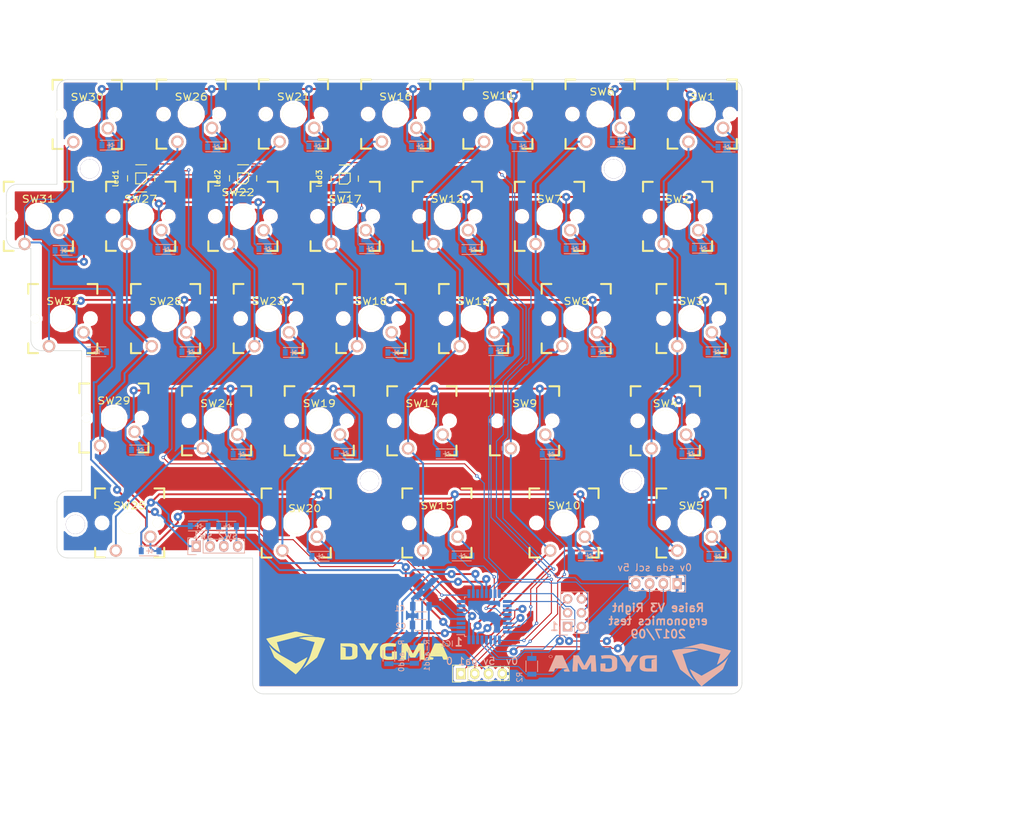
<source format=kicad_pcb>
(kicad_pcb (version 20170123) (host pcbnew no-vcs-found-7475836~58~ubuntu14.04.1)
  (layers (0 F.Cu signal) (31 B.Cu signal) (34 B.Paste user) (35 F.Paste user) (36 B.SilkS user) (37 F.SilkS user) (38 B.Mask user) (39 F.Mask user) (44 Edge.Cuts user))
  (net 0 "")
  (net 1 Earth)
  (net 2 +5V)
  (net 3 /col3)
  (net 4 /col4)
  (net 5 /col5)
  (net 6 /col6)
  (net 7 /row0)
  (net 8 /row1)
  (net 9 /row2)
  (net 10 /mosi)
  (net 11 /miso)
  (net 12 /sck)
  (net 13 /sda)
  (net 14 /scl)
  (net 15 /reset)
  (net 16 /col0)
  (net 17 /col1)
  (net 18 /col2)
  (net 19 /i2c_add_b0)
  (net 20 /i2c_add_b1)
  (net 21 /ws2812)
  (net 22 /row3)
  (net 23 "Net-(D1-Pad2)")
  (net 24 "Net-(D2-Pad2)")
  (net 25 "Net-(D3-Pad2)")
  (net 26 "Net-(D4-Pad2)")
  (net 27 /row7)
  (net 28 "Net-(D5-Pad2)")
  (net 29 "Net-(D6-Pad2)")
  (net 30 "Net-(D7-Pad2)")
  (net 31 "Net-(D8-Pad2)")
  (net 32 "Net-(D9-Pad2)")
  (net 33 "Net-(D10-Pad2)")
  (net 34 "Net-(D11-Pad2)")
  (net 35 "Net-(D12-Pad2)")
  (net 36 "Net-(D13-Pad2)")
  (net 37 "Net-(D14-Pad2)")
  (net 38 "Net-(D15-Pad2)")
  (net 39 "Net-(D16-Pad2)")
  (net 40 "Net-(D17-Pad2)")
  (net 41 "Net-(D18-Pad2)")
  (net 42 "Net-(D19-Pad2)")
  (net 43 "Net-(D20-Pad2)")
  (net 44 "Net-(D21-Pad2)")
  (net 45 "Net-(D22-Pad2)")
  (net 46 "Net-(D23-Pad2)")
  (net 47 "Net-(D24-Pad2)")
  (net 48 "Net-(D25-Pad2)")
  (net 49 "Net-(D26-Pad2)")
  (net 50 "Net-(D27-Pad2)")
  (net 51 "Net-(D28-Pad2)")
  (net 52 "Net-(D29-Pad2)")
  (net 53 /lp1.1)
  (net 54 "Net-(D31-Pad2)")
  (net 55 "Net-(D32-Pad2)")
  (net 56 "Net-(D33-Pad2)")
  (net 57 /lp2.1)
  (net 58 "Net-(led1-Pad2)")
  (net 59 "Net-(led2-Pad2)")
  (net 60 "Net-(IC1-Pad19)")
  (net 61 "Net-(IC1-Pad22)")
  (module svg2mod (layer B.Cu) (at 204.95 142.1 180)
    (fp_text reference svg2mod hide)
    (fp_text value G*** hide)
  )
  (module svg2mod (layer F.Cu) (at 153.05 139.9)
    (fp_text reference svg2mod hide)
    (fp_text value G*** hide)
  )
  (module Mounting_Holes:MountingHole_3-5mm (layer F.Cu) (at 203.55 108.25)
    (fp_text reference REF** hide)
    (fp_text value MountingHole_3-5mm)
    (pad 1 thru_hole circle (at 0 0) (size 3.5 3.5) (drill 3.5) (layers))
  )
  (module Mounting_Holes:MountingHole_3-5mm (layer F.Cu) (at 155.25 108.25)
    (fp_text reference REF** hide)
    (fp_text value MountingHole_3-5mm)
    (pad 1 thru_hole circle (at 0 0) (size 3.5 3.5) (drill 3.5) (layers))
  )
  (module Mounting_Holes:MountingHole_3-5mm (layer F.Cu) (at 101.15 116.25)
    (fp_text reference REF** hide)
    (fp_text value MountingHole_3-5mm)
    (pad 1 thru_hole circle (at 0 0) (size 3.5 3.5) (drill 3.5) (layers))
  )
  (module Mounting_Holes:MountingHole_3-5mm (layer F.Cu) (at 103.8 50.85)
    (fp_text reference REF** hide)
    (fp_text value MountingHole_3-5mm)
    (pad 1 thru_hole circle (at 0 0) (size 3.5 3.5) (drill 3.5) (layers))
  )
  (module Mounting_Holes:MountingHole_3-5mm (layer F.Cu) (at 200.15 50.85)
    (fp_text reference REF** hide)
    (fp_text value MountingHole_3-5mm)
    (pad 1 thru_hole circle (at 0 0) (size 3.5 3.5) (drill 3.5) (layers))
  )
  (module Capacitors_SMD:C_1206 (layer B.Cu) (at 164.71 131.3 180)
    (fp_text reference C1 (at 3.91 -0.4 180) (layer B.SilkS) (effects (justify mirror)))
    (fp_text value C)
    (pad 1 smd rect (at -1.5 0 180) (size 1 1.6) (layers B.Cu B.Paste B.Mask) (net 2 +5V))
    (pad 2 smd rect (at 1.5 0 180) (size 1 1.6) (layers B.Cu B.Paste B.Mask) (net 1 Earth))
  )
  (module Capacitors_SMD:C_1206 (layer B.Cu) (at 164.66 134.75 180)
    (fp_text reference C2 (at 3.66 -0.2 180) (layer B.SilkS) (effects (justify mirror)))
    (fp_text value C)
    (pad 2 smd rect (at 1.5 0 180) (size 1 1.6) (layers B.Cu B.Paste B.Mask) (net 1 Earth))
    (pad 1 smd rect (at -1.5 0 180) (size 1 1.6) (layers B.Cu B.Paste B.Mask) (net 2 +5V))
  )
  (module Diodes_SMD:SOD-123 (layer B.Cu) (at 220.98 46.83)
    (fp_text reference D1 hide)
    (fp_text value D)
    (pad 1 smd rect (at -1.635 0) (size 0.91 1.22) (layers B.Cu B.Paste B.Mask) (net 7 /row0))
    (pad 2 smd rect (at 1.635 0) (size 0.91 1.22) (layers B.Cu B.Paste B.Mask) (net 23 "Net-(D1-Pad2)"))
  )
  (module Diodes_SMD:SOD-123 (layer B.Cu) (at 216.64 65.46)
    (fp_text reference D2 hide)
    (fp_text value D)
    (pad 2 smd rect (at 1.635 0) (size 0.91 1.22) (layers B.Cu B.Paste B.Mask) (net 24 "Net-(D2-Pad2)"))
    (pad 1 smd rect (at -1.635 0) (size 0.91 1.22) (layers B.Cu B.Paste B.Mask) (net 8 /row1))
  )
  (module Diodes_SMD:SOD-123 (layer B.Cu) (at 219.14 84.51)
    (fp_text reference D3 hide)
    (fp_text value D)
    (pad 1 smd rect (at -1.635 0) (size 0.91 1.22) (layers B.Cu B.Paste B.Mask) (net 9 /row2))
    (pad 2 smd rect (at 1.635 0) (size 0.91 1.22) (layers B.Cu B.Paste B.Mask) (net 25 "Net-(D3-Pad2)"))
  )
  (module Diodes_SMD:SOD-123 (layer B.Cu) (at 214.34 103.21)
    (fp_text reference D4 hide)
    (fp_text value D)
    (pad 2 smd rect (at 1.635 0) (size 0.91 1.22) (layers B.Cu B.Paste B.Mask) (net 26 "Net-(D4-Pad2)"))
    (pad 1 smd rect (at -1.635 0) (size 0.91 1.22) (layers B.Cu B.Paste B.Mask) (net 22 /row3))
  )
  (module Diodes_SMD:SOD-123 (layer B.Cu) (at 219.3 122.13)
    (fp_text reference D5 hide)
    (fp_text value D)
    (pad 1 smd rect (at -1.635 0) (size 0.91 1.22) (layers B.Cu B.Paste B.Mask) (net 27 /row7))
    (pad 2 smd rect (at 1.635 0) (size 0.91 1.22) (layers B.Cu B.Paste B.Mask) (net 28 "Net-(D5-Pad2)"))
  )
  (module Diodes_SMD:SOD-123 (layer B.Cu) (at 201.55 45.9)
    (fp_text reference D6 hide)
    (fp_text value D)
    (pad 2 smd rect (at 1.635 0) (size 0.91 1.22) (layers B.Cu B.Paste B.Mask) (net 29 "Net-(D6-Pad2)"))
    (pad 1 smd rect (at -1.635 0) (size 0.91 1.22) (layers B.Cu B.Paste B.Mask) (net 7 /row0))
  )
  (module Diodes_SMD:SOD-123 (layer B.Cu) (at 193.05 65.56)
    (fp_text reference D7 hide)
    (fp_text value D)
    (pad 2 smd rect (at 1.635 0) (size 0.91 1.22) (layers B.Cu B.Paste B.Mask) (net 30 "Net-(D7-Pad2)"))
    (pad 1 smd rect (at -1.635 0) (size 0.91 1.22) (layers B.Cu B.Paste B.Mask) (net 8 /row1))
  )
  (module Diodes_SMD:SOD-123 (layer B.Cu) (at 198.02 84.47)
    (fp_text reference D8 hide)
    (fp_text value D)
    (pad 2 smd rect (at 1.635 0) (size 0.91 1.22) (layers B.Cu B.Paste B.Mask) (net 31 "Net-(D8-Pad2)"))
    (pad 1 smd rect (at -1.635 0) (size 0.91 1.22) (layers B.Cu B.Paste B.Mask) (net 9 /row2))
  )
  (module Diodes_SMD:SOD-123 (layer B.Cu) (at 188.66 103.34)
    (fp_text reference D9 hide)
    (fp_text value D)
    (pad 2 smd rect (at 1.635 0) (size 0.91 1.22) (layers B.Cu B.Paste B.Mask) (net 32 "Net-(D9-Pad2)"))
    (pad 1 smd rect (at -1.635 0) (size 0.91 1.22) (layers B.Cu B.Paste B.Mask) (net 22 /row3))
  )
  (module Diodes_SMD:SOD-123 (layer B.Cu) (at 195.65 122.03)
    (fp_text reference D10 hide)
    (fp_text value D)
    (pad 1 smd rect (at -1.635 0) (size 0.91 1.22) (layers B.Cu B.Paste B.Mask) (net 27 /row7))
    (pad 2 smd rect (at 1.635 0) (size 0.91 1.22) (layers B.Cu B.Paste B.Mask) (net 33 "Net-(D10-Pad2)"))
  )
  (module Diodes_SMD:SOD-123 (layer B.Cu) (at 183.48 46.74)
    (fp_text reference D11 hide)
    (fp_text value D)
    (pad 2 smd rect (at 1.635 0) (size 0.91 1.22) (layers B.Cu B.Paste B.Mask) (net 34 "Net-(D11-Pad2)"))
    (pad 1 smd rect (at -1.635 0) (size 0.91 1.22) (layers B.Cu B.Paste B.Mask) (net 7 /row0))
  )
  (module Diodes_SMD:SOD-123 (layer B.Cu) (at 174.24 65.69)
    (fp_text reference D12 hide)
    (fp_text value D)
    (pad 2 smd rect (at 1.635 0) (size 0.91 1.22) (layers B.Cu B.Paste B.Mask) (net 35 "Net-(D12-Pad2)"))
    (pad 1 smd rect (at -1.635 0) (size 0.91 1.22) (layers B.Cu B.Paste B.Mask) (net 8 /row1))
  )
  (module Diodes_SMD:SOD-123 (layer B.Cu) (at 179.19 84.29)
    (fp_text reference D13 hide)
    (fp_text value D)
    (pad 1 smd rect (at -1.635 0) (size 0.91 1.22) (layers B.Cu B.Paste B.Mask) (net 9 /row2))
    (pad 2 smd rect (at 1.635 0) (size 0.91 1.22) (layers B.Cu B.Paste B.Mask) (net 36 "Net-(D13-Pad2)"))
  )
  (module Diodes_SMD:SOD-123 (layer B.Cu) (at 169.505 103.27)
    (fp_text reference D14 hide)
    (fp_text value D)
    (pad 2 smd rect (at 1.635 0) (size 0.91 1.22) (layers B.Cu B.Paste B.Mask) (net 37 "Net-(D14-Pad2)"))
    (pad 1 smd rect (at -1.635 0) (size 0.91 1.22) (layers B.Cu B.Paste B.Mask) (net 22 /row3))
  )
  (module Diodes_SMD:SOD-123 (layer B.Cu) (at 172.44 122.05)
    (fp_text reference D15 hide)
    (fp_text value D)
    (pad 1 smd rect (at -1.635 0) (size 0.91 1.22) (layers B.Cu B.Paste B.Mask) (net 27 /row7))
    (pad 2 smd rect (at 1.635 0) (size 0.91 1.22) (layers B.Cu B.Paste B.Mask) (net 38 "Net-(D15-Pad2)"))
  )
  (module Diodes_SMD:SOD-123 (layer B.Cu) (at 164.61 46.67)
    (fp_text reference D16 hide)
    (fp_text value D)
    (pad 2 smd rect (at 1.635 0) (size 0.91 1.22) (layers B.Cu B.Paste B.Mask) (net 39 "Net-(D16-Pad2)"))
    (pad 1 smd rect (at -1.635 0) (size 0.91 1.22) (layers B.Cu B.Paste B.Mask) (net 7 /row0))
  )
  (module Diodes_SMD:SOD-123 (layer B.Cu) (at 155.41 65.55)
    (fp_text reference D17 hide)
    (fp_text value D)
    (pad 1 smd rect (at -1.635 0) (size 0.91 1.22) (layers B.Cu B.Paste B.Mask) (net 8 /row1))
    (pad 2 smd rect (at 1.635 0) (size 0.91 1.22) (layers B.Cu B.Paste B.Mask) (net 40 "Net-(D17-Pad2)"))
  )
  (module Diodes_SMD:SOD-123 (layer B.Cu) (at 160.255 84.64)
    (fp_text reference D18 hide)
    (fp_text value D)
    (pad 2 smd rect (at 1.635 0) (size 0.91 1.22) (layers B.Cu B.Paste B.Mask) (net 41 "Net-(D18-Pad2)"))
    (pad 1 smd rect (at -1.635 0) (size 0.91 1.22) (layers B.Cu B.Paste B.Mask) (net 9 /row2))
  )
  (module Diodes_SMD:SOD-123 (layer B.Cu) (at 150.76 103.18)
    (fp_text reference D19 hide)
    (fp_text value D)
    (pad 2 smd rect (at 1.635 0) (size 0.91 1.22) (layers B.Cu B.Paste B.Mask) (net 42 "Net-(D19-Pad2)"))
    (pad 1 smd rect (at -1.635 0) (size 0.91 1.22) (layers B.Cu B.Paste B.Mask) (net 22 /row3))
  )
  (module Diodes_SMD:SOD-123 (layer B.Cu) (at 146.305 122.11)
    (fp_text reference D20 hide)
    (fp_text value D)
    (pad 1 smd rect (at -1.635 0) (size 0.91 1.22) (layers B.Cu B.Paste B.Mask) (net 27 /row7))
    (pad 2 smd rect (at 1.635 0) (size 0.91 1.22) (layers B.Cu B.Paste B.Mask) (net 43 "Net-(D20-Pad2)"))
  )
  (module Diodes_SMD:SOD-123 (layer B.Cu) (at 145.725 46.68)
    (fp_text reference D21 hide)
    (fp_text value D)
    (pad 2 smd rect (at 1.635 0) (size 0.91 1.22) (layers B.Cu B.Paste B.Mask) (net 44 "Net-(D21-Pad2)"))
    (pad 1 smd rect (at -1.635 0) (size 0.91 1.22) (layers B.Cu B.Paste B.Mask) (net 7 /row0))
  )
  (module Diodes_SMD:SOD-123 (layer B.Cu) (at 136.54 65.55)
    (fp_text reference D22 hide)
    (fp_text value D)
    (pad 1 smd rect (at -1.635 0) (size 0.91 1.22) (layers B.Cu B.Paste B.Mask) (net 8 /row1))
    (pad 2 smd rect (at 1.635 0) (size 0.91 1.22) (layers B.Cu B.Paste B.Mask) (net 45 "Net-(D22-Pad2)"))
  )
  (module Diodes_SMD:SOD-123 (layer B.Cu) (at 141.4 84.62)
    (fp_text reference D23 hide)
    (fp_text value D)
    (pad 1 smd rect (at -1.635 0) (size 0.91 1.22) (layers B.Cu B.Paste B.Mask) (net 9 /row2))
    (pad 2 smd rect (at 1.635 0) (size 0.91 1.22) (layers B.Cu B.Paste B.Mask) (net 46 "Net-(D23-Pad2)"))
  )
  (module Diodes_SMD:SOD-123 (layer B.Cu) (at 131.8 103.32)
    (fp_text reference D24 hide)
    (fp_text value D)
    (pad 2 smd rect (at 1.635 0) (size 0.91 1.22) (layers B.Cu B.Paste B.Mask) (net 47 "Net-(D24-Pad2)"))
    (pad 1 smd rect (at -1.635 0) (size 0.91 1.22) (layers B.Cu B.Paste B.Mask) (net 22 /row3))
  )
  (module Diodes_SMD:SOD-123 (layer B.Cu) (at 114.9 121.13)
    (fp_text reference D25 hide)
    (fp_text value D)
    (pad 1 smd rect (at -1.635 0) (size 0.91 1.22) (layers B.Cu B.Paste B.Mask) (net 27 /row7))
    (pad 2 smd rect (at 1.635 0) (size 0.91 1.22) (layers B.Cu B.Paste B.Mask) (net 48 "Net-(D25-Pad2)"))
  )
  (module Diodes_SMD:SOD-123 (layer B.Cu) (at 127.1 46.8)
    (fp_text reference D26 hide)
    (fp_text value D)
    (pad 1 smd rect (at -1.635 0) (size 0.91 1.22) (layers B.Cu B.Paste B.Mask) (net 7 /row0))
    (pad 2 smd rect (at 1.635 0) (size 0.91 1.22) (layers B.Cu B.Paste B.Mask) (net 49 "Net-(D26-Pad2)"))
  )
  (module Diodes_SMD:SOD-123 (layer B.Cu) (at 117.945 65.66)
    (fp_text reference D27 hide)
    (fp_text value D)
    (pad 1 smd rect (at -1.635 0) (size 0.91 1.22) (layers B.Cu B.Paste B.Mask) (net 8 /row1))
    (pad 2 smd rect (at 1.635 0) (size 0.91 1.22) (layers B.Cu B.Paste B.Mask) (net 50 "Net-(D27-Pad2)"))
  )
  (module Diodes_SMD:SOD-123 (layer B.Cu) (at 122.385 84.49)
    (fp_text reference D28 hide)
    (fp_text value D)
    (pad 1 smd rect (at -1.635 0) (size 0.91 1.22) (layers B.Cu B.Paste B.Mask) (net 9 /row2))
    (pad 2 smd rect (at 1.635 0) (size 0.91 1.22) (layers B.Cu B.Paste B.Mask) (net 51 "Net-(D28-Pad2)"))
  )
  (module Diodes_SMD:SOD-123 (layer B.Cu) (at 113.11 102.56)
    (fp_text reference D29 hide)
    (fp_text value D)
    (pad 1 smd rect (at -1.635 0) (size 0.91 1.22) (layers B.Cu B.Paste B.Mask) (net 22 /row3))
    (pad 2 smd rect (at 1.635 0) (size 0.91 1.22) (layers B.Cu B.Paste B.Mask) (net 52 "Net-(D29-Pad2)"))
  )
  (module Diodes_SMD:SOD-123 (layer B.Cu) (at 123.925 116.55)
    (fp_text reference D30 hide)
    (fp_text value D)
    (pad 2 smd rect (at 1.635 0) (size 0.91 1.22) (layers B.Cu B.Paste B.Mask) (net 53 /lp1.1))
    (pad 1 smd rect (at -1.635 0) (size 0.91 1.22) (layers B.Cu B.Paste B.Mask) (net 27 /row7))
  )
  (module Diodes_SMD:SOD-123 (layer B.Cu) (at 107.68 46.5)
    (fp_text reference D31 hide)
    (fp_text value D)
    (pad 1 smd rect (at -1.635 0) (size 0.91 1.22) (layers B.Cu B.Paste B.Mask) (net 7 /row0))
    (pad 2 smd rect (at 1.635 0) (size 0.91 1.22) (layers B.Cu B.Paste B.Mask) (net 54 "Net-(D31-Pad2)"))
  )
  (module Diodes_SMD:SOD-123 (layer B.Cu) (at 99.05 65.84)
    (fp_text reference D32 hide)
    (fp_text value D)
    (pad 2 smd rect (at 1.635 0) (size 0.91 1.22) (layers B.Cu B.Paste B.Mask) (net 55 "Net-(D32-Pad2)"))
    (pad 1 smd rect (at -1.635 0) (size 0.91 1.22) (layers B.Cu B.Paste B.Mask) (net 8 /row1))
  )
  (module Diodes_SMD:SOD-123 (layer B.Cu) (at 105.24 84.49)
    (fp_text reference D33 hide)
    (fp_text value D)
    (pad 2 smd rect (at 1.635 0) (size 0.91 1.22) (layers B.Cu B.Paste B.Mask) (net 56 "Net-(D33-Pad2)"))
    (pad 1 smd rect (at -1.635 0) (size 0.91 1.22) (layers B.Cu B.Paste B.Mask) (net 9 /row2))
  )
  (module Diodes_SMD:SOD-123 (layer B.Cu) (at 129.14 116.58)
    (fp_text reference D34 hide)
    (fp_text value D)
    (pad 1 smd rect (at -1.635 0) (size 0.91 1.22) (layers B.Cu B.Paste B.Mask) (net 27 /row7))
    (pad 2 smd rect (at 1.635 0) (size 0.91 1.22) (layers B.Cu B.Paste B.Mask) (net 57 /lp2.1))
  )
  (module Housings_QFP:TQFP-32_7x7mm_Pitch0.8mm (layer B.Cu) (at 176.34 133.23)
    (fp_text reference IC1 (at -6.84 4.97) (layer B.SilkS) (effects (justify mirror)))
    (fp_text value ATTINY88-A)
    (pad 1 smd rect (at -4.25 2.8) (size 1.6 0.55) (layers B.Cu B.Paste B.Mask) (net 3 /col3))
    (pad 2 smd rect (at -4.25 2) (size 1.6 0.55) (layers B.Cu B.Paste B.Mask) (net 4 /col4))
    (pad 3 smd rect (at -4.25 1.2) (size 1.6 0.55) (layers B.Cu B.Paste B.Mask))
    (pad 4 smd rect (at -4.25 0.4) (size 1.6 0.55) (layers B.Cu B.Paste B.Mask) (net 2 +5V))
    (pad 5 smd rect (at -4.25 -0.4) (size 1.6 0.55) (layers B.Cu B.Paste B.Mask) (net 1 Earth))
    (pad 6 smd rect (at -4.25 -1.2) (size 1.6 0.55) (layers B.Cu B.Paste B.Mask))
    (pad 7 smd rect (at -4.25 -2) (size 1.6 0.55) (layers B.Cu B.Paste B.Mask))
    (pad 8 smd rect (at -4.25 -2.8) (size 1.6 0.55) (layers B.Cu B.Paste B.Mask))
    (pad 9 smd rect (at -2.8 -4.25 270) (size 1.6 0.55) (layers B.Cu B.Paste B.Mask) (net 5 /col5))
    (pad 10 smd rect (at -2 -4.25 270) (size 1.6 0.55) (layers B.Cu B.Paste B.Mask) (net 6 /col6))
    (pad 11 smd rect (at -1.2 -4.25 270) (size 1.6 0.55) (layers B.Cu B.Paste B.Mask))
    (pad 12 smd rect (at -0.4 -4.25 270) (size 1.6 0.55) (layers B.Cu B.Paste B.Mask) (net 19 /i2c_add_b0))
    (pad 13 smd rect (at 0.4 -4.25 270) (size 1.6 0.55) (layers B.Cu B.Paste B.Mask) (net 20 /i2c_add_b1))
    (pad 14 smd rect (at 1.2 -4.25 270) (size 1.6 0.55) (layers B.Cu B.Paste B.Mask) (net 21 /ws2812))
    (pad 15 smd rect (at 2 -4.25 270) (size 1.6 0.55) (layers B.Cu B.Paste B.Mask) (net 10 /mosi))
    (pad 16 smd rect (at 2.8 -4.25 270) (size 1.6 0.55) (layers B.Cu B.Paste B.Mask) (net 11 /miso))
    (pad 17 smd rect (at 4.25 -2.8) (size 1.6 0.55) (layers B.Cu B.Paste B.Mask) (net 12 /sck))
    (pad 18 smd rect (at 4.25 -2) (size 1.6 0.55) (layers B.Cu B.Paste B.Mask))
    (pad 19 smd rect (at 4.25 -1.2) (size 1.6 0.55) (layers B.Cu B.Paste B.Mask) (net 60 "Net-(IC1-Pad19)"))
    (pad 20 smd rect (at 4.25 -0.4) (size 1.6 0.55) (layers B.Cu B.Paste B.Mask) (net 27 /row7))
    (pad 21 smd rect (at 4.25 0.4) (size 1.6 0.55) (layers B.Cu B.Paste B.Mask) (net 1 Earth))
    (pad 22 smd rect (at 4.25 1.2) (size 1.6 0.55) (layers B.Cu B.Paste B.Mask) (net 61 "Net-(IC1-Pad22)"))
    (pad 23 smd rect (at 4.25 2) (size 1.6 0.55) (layers B.Cu B.Paste B.Mask) (net 7 /row0))
    (pad 24 smd rect (at 4.25 2.8) (size 1.6 0.55) (layers B.Cu B.Paste B.Mask) (net 8 /row1))
    (pad 25 smd rect (at 2.8 4.25 270) (size 1.6 0.55) (layers B.Cu B.Paste B.Mask) (net 9 /row2))
    (pad 26 smd rect (at 2 4.25 270) (size 1.6 0.55) (layers B.Cu B.Paste B.Mask) (net 22 /row3))
    (pad 27 smd rect (at 1.2 4.25 270) (size 1.6 0.55) (layers B.Cu B.Paste B.Mask) (net 13 /sda))
    (pad 28 smd rect (at 0.4 4.25 270) (size 1.6 0.55) (layers B.Cu B.Paste B.Mask) (net 14 /scl))
    (pad 29 smd rect (at -0.4 4.25 270) (size 1.6 0.55) (layers B.Cu B.Paste B.Mask) (net 15 /reset))
    (pad 30 smd rect (at -1.2 4.25 270) (size 1.6 0.55) (layers B.Cu B.Paste B.Mask) (net 16 /col0))
    (pad 31 smd rect (at -2 4.25 270) (size 1.6 0.55) (layers B.Cu B.Paste B.Mask) (net 17 /col1))
    (pad 32 smd rect (at -2.8 4.25 270) (size 1.6 0.55) (layers B.Cu B.Paste B.Mask) (net 18 /col2))
  )
  (module fp:WS2812B (layer F.Cu) (at 113.25 52.6 90)
    (fp_text reference led1 (at 0 -4.7 90) (layer F.SilkS) (effects (font (thickness 0.2))))
    (fp_text value ws2812b hide)
    (pad 1 smd rect (at 1.65 -2.4 90) (size 1.4 1.8) (layers F.Cu F.Paste F.Mask) (net 2 +5V))
    (pad 2 smd rect (at -1.65 -2.4 90) (size 1.4 1.8) (layers F.Cu F.Paste F.Mask) (net 58 "Net-(led1-Pad2)"))
    (pad 3 smd rect (at -1.65 2.4 90) (size 1.4 1.8) (layers F.Cu F.Paste F.Mask) (net 1 Earth))
    (pad 4 smd rect (at 1.65 2.4 90) (size 1.4 1.8) (layers F.Cu F.Paste F.Mask) (net 21 /ws2812))
  )
  (module fp:WS2812B (layer F.Cu) (at 132 52.6 90)
    (fp_text reference led2 (at 0 -4.7 90) (layer F.SilkS) (effects (font (thickness 0.2))))
    (fp_text value ws2812b hide)
    (pad 4 smd rect (at 1.65 2.4 90) (size 1.4 1.8) (layers F.Cu F.Paste F.Mask) (net 58 "Net-(led1-Pad2)"))
    (pad 3 smd rect (at -1.65 2.4 90) (size 1.4 1.8) (layers F.Cu F.Paste F.Mask) (net 1 Earth))
    (pad 2 smd rect (at -1.65 -2.4 90) (size 1.4 1.8) (layers F.Cu F.Paste F.Mask) (net 59 "Net-(led2-Pad2)"))
    (pad 1 smd rect (at 1.65 -2.4 90) (size 1.4 1.8) (layers F.Cu F.Paste F.Mask) (net 2 +5V))
  )
  (module fp:WS2812B (layer F.Cu) (at 150.7 52.65 90)
    (fp_text reference led3 (at 0 -4.7 90) (layer F.SilkS) (effects (font (thickness 0.2))))
    (fp_text value ws2812b hide)
    (pad 1 smd rect (at 1.65 -2.4 90) (size 1.4 1.8) (layers F.Cu F.Paste F.Mask) (net 2 +5V))
    (pad 2 smd rect (at -1.65 -2.4 90) (size 1.4 1.8) (layers F.Cu F.Paste F.Mask))
    (pad 3 smd rect (at -1.65 2.4 90) (size 1.4 1.8) (layers F.Cu F.Paste F.Mask) (net 1 Earth))
    (pad 4 smd rect (at 1.65 2.4 90) (size 1.4 1.8) (layers F.Cu F.Paste F.Mask) (net 59 "Net-(led2-Pad2)"))
  )
  (module Pin_Headers:Pin_Header_Straight_1x04 (layer B.Cu) (at 211.84 127.14 90)
    (fp_text reference P1 hide)
    (fp_text value CONN_01X04)
    (pad 4 thru_hole oval (at 0 -7.62 90) (size 2.032 1.7272) (drill 1.016) (layers *.Cu *.Mask B.SilkS) (net 2 +5V))
    (pad 3 thru_hole oval (at 0 -5.08 90) (size 2.032 1.7272) (drill 1.016) (layers *.Cu *.Mask B.SilkS) (net 14 /scl))
    (pad 2 thru_hole oval (at 0 -2.54 90) (size 2.032 1.7272) (drill 1.016) (layers *.Cu *.Mask B.SilkS) (net 13 /sda))
    (pad 1 thru_hole rect (at 0 0 90) (size 2.032 1.7272) (drill 1.016) (layers *.Cu *.Mask B.SilkS) (net 1 Earth))
  )
  (module Pin_Headers:Pin_Header_Straight_1x04 (layer B.Cu) (at 123.38 120.26 270)
    (fp_text reference P2 hide)
    (fp_text value CONN_01X04)
    (pad 1 thru_hole rect (at 0 0 270) (size 2.032 1.7272) (drill 1.016) (layers *.Cu *.Mask B.SilkS) (net 5 /col5))
    (pad 2 thru_hole oval (at 0 -2.54 270) (size 2.032 1.7272) (drill 1.016) (layers *.Cu *.Mask B.SilkS) (net 53 /lp1.1))
    (pad 3 thru_hole oval (at 0 -5.08 270) (size 2.032 1.7272) (drill 1.016) (layers *.Cu *.Mask B.SilkS) (net 6 /col6))
    (pad 4 thru_hole oval (at 0 -7.62 270) (size 2.032 1.7272) (drill 1.016) (layers *.Cu *.Mask B.SilkS) (net 57 /lp2.1))
  )
  (module Pin_Headers:Pin_Header_Straight_2x03 (layer B.Cu) (at 191.69 135.04)
    (fp_text reference P6 hide)
    (fp_text value CONN_02X03)
    (pad 1 thru_hole rect (at 0 0) (size 1.7272 1.7272) (drill 1.016) (layers *.Cu *.Mask B.SilkS) (net 11 /miso))
    (pad 2 thru_hole oval (at 2.54 0) (size 1.7272 1.7272) (drill 1.016) (layers *.Cu *.Mask B.SilkS) (net 2 +5V))
    (pad 3 thru_hole oval (at 0 -2.54) (size 1.7272 1.7272) (drill 1.016) (layers *.Cu *.Mask B.SilkS) (net 12 /sck))
    (pad 4 thru_hole oval (at 2.54 -2.54) (size 1.7272 1.7272) (drill 1.016) (layers *.Cu *.Mask B.SilkS) (net 10 /mosi))
    (pad 5 thru_hole oval (at 0 -5.08) (size 1.7272 1.7272) (drill 1.016) (layers *.Cu *.Mask B.SilkS) (net 15 /reset))
    (pad 6 thru_hole oval (at 2.54 -5.08) (size 1.7272 1.7272) (drill 1.016) (layers *.Cu *.Mask B.SilkS) (net 1 Earth))
  )
  (module Resistors_SMD:R_1206 (layer B.Cu) (at 185.1 142.35 90)
    (fp_text reference R2 (at -2 -2.25 90) (layer B.SilkS) (effects (justify mirror)))
    (fp_text value 10k)
    (pad 1 smd rect (at -1.45 0 90) (size 0.9 1.7) (layers B.Cu B.Paste B.Mask) (net 2 +5V))
    (pad 2 smd rect (at 1.45 0 90) (size 0.9 1.7) (layers B.Cu B.Paste B.Mask) (net 15 /reset))
  )
  (module fp:CHERRY_MX (layer F.Cu) (at 216.46 40.78 180)
    (fp_text reference SW1 (at 0 3.175 180) (layer F.SilkS) (effects (font (size 1.27 1.524) (thickness 0.2032))))
    (fp_text value SW_PUSH hide)
    (pad 1 thru_hole circle (at 2.54 -5.08 180) (size 2.286 2.286) (drill 1.4986) (layers *.Cu *.SilkS *.Mask) (net 16 /col0))
    (pad 2 thru_hole circle (at -3.81 -2.54 180) (size 2.286 2.286) (drill 1.4986) (layers *.Cu *.SilkS *.Mask) (net 23 "Net-(D1-Pad2)"))
    (pad "" np_thru_hole circle (at 0 0 180) (size 3.9878 3.9878) (drill 3.9878) (layers *.Cu *.Mask F.SilkS))
    (pad "" np_thru_hole circle (at -5.08 0 180) (size 1.7018 1.7018) (drill 1.7018) (layers *.Cu *.Mask F.SilkS))
    (pad "" np_thru_hole circle (at 5.08 0 180) (size 1.7018 1.7018) (drill 1.7018) (layers *.Cu *.Mask F.SilkS))
  )
  (module fp:CHERRY_MX (layer F.Cu) (at 211.91 59.59 180)
    (fp_text reference SW2 (at 0 3.175 180) (layer F.SilkS) (effects (font (size 1.27 1.524) (thickness 0.2032))))
    (fp_text value SW_PUSH hide)
    (pad "" np_thru_hole circle (at 5.08 0 180) (size 1.7018 1.7018) (drill 1.7018) (layers *.Cu *.Mask F.SilkS))
    (pad "" np_thru_hole circle (at -5.08 0 180) (size 1.7018 1.7018) (drill 1.7018) (layers *.Cu *.Mask F.SilkS))
    (pad "" np_thru_hole circle (at 0 0 180) (size 3.9878 3.9878) (drill 3.9878) (layers *.Cu *.Mask F.SilkS))
    (pad 2 thru_hole circle (at -3.81 -2.54 180) (size 2.286 2.286) (drill 1.4986) (layers *.Cu *.SilkS *.Mask) (net 24 "Net-(D2-Pad2)"))
    (pad 1 thru_hole circle (at 2.54 -5.08 180) (size 2.286 2.286) (drill 1.4986) (layers *.Cu *.SilkS *.Mask) (net 16 /col0))
  )
  (module fp:CHERRY_MX (layer F.Cu) (at 214.41 78.38 180)
    (fp_text reference SW3 (at 0 3.175 180) (layer F.SilkS) (effects (font (size 1.27 1.524) (thickness 0.2032))))
    (fp_text value SW_PUSH hide)
    (pad 1 thru_hole circle (at 2.54 -5.08 180) (size 2.286 2.286) (drill 1.4986) (layers *.Cu *.SilkS *.Mask) (net 16 /col0))
    (pad 2 thru_hole circle (at -3.81 -2.54 180) (size 2.286 2.286) (drill 1.4986) (layers *.Cu *.SilkS *.Mask) (net 25 "Net-(D3-Pad2)"))
    (pad "" np_thru_hole circle (at 0 0 180) (size 3.9878 3.9878) (drill 3.9878) (layers *.Cu *.Mask F.SilkS))
    (pad "" np_thru_hole circle (at -5.08 0 180) (size 1.7018 1.7018) (drill 1.7018) (layers *.Cu *.Mask F.SilkS))
    (pad "" np_thru_hole circle (at 5.08 0 180) (size 1.7018 1.7018) (drill 1.7018) (layers *.Cu *.Mask F.SilkS))
  )
  (module fp:CHERRY_MX (layer F.Cu) (at 209.66 97.19 180)
    (fp_text reference SW4 (at 0 3.175 180) (layer F.SilkS) (effects (font (size 1.27 1.524) (thickness 0.2032))))
    (fp_text value SW_PUSH hide)
    (pad 1 thru_hole circle (at 2.54 -5.08 180) (size 2.286 2.286) (drill 1.4986) (layers *.Cu *.SilkS *.Mask) (net 16 /col0))
    (pad 2 thru_hole circle (at -3.81 -2.54 180) (size 2.286 2.286) (drill 1.4986) (layers *.Cu *.SilkS *.Mask) (net 26 "Net-(D4-Pad2)"))
    (pad "" np_thru_hole circle (at 0 0 180) (size 3.9878 3.9878) (drill 3.9878) (layers *.Cu *.Mask F.SilkS))
    (pad "" np_thru_hole circle (at -5.08 0 180) (size 1.7018 1.7018) (drill 1.7018) (layers *.Cu *.Mask F.SilkS))
    (pad "" np_thru_hole circle (at 5.08 0 180) (size 1.7018 1.7018) (drill 1.7018) (layers *.Cu *.Mask F.SilkS))
  )
  (module fp:CHERRY_MX (layer F.Cu) (at 214.41 115.99 180)
    (fp_text reference SW5 (at 0 3.175 180) (layer F.SilkS) (effects (font (size 1.27 1.524) (thickness 0.2032))))
    (fp_text value SW_PUSH hide)
    (pad "" np_thru_hole circle (at 5.08 0 180) (size 1.7018 1.7018) (drill 1.7018) (layers *.Cu *.Mask F.SilkS))
    (pad "" np_thru_hole circle (at -5.08 0 180) (size 1.7018 1.7018) (drill 1.7018) (layers *.Cu *.Mask F.SilkS))
    (pad "" np_thru_hole circle (at 0 0 180) (size 3.9878 3.9878) (drill 3.9878) (layers *.Cu *.Mask F.SilkS))
    (pad 2 thru_hole circle (at -3.81 -2.54 180) (size 2.286 2.286) (drill 1.4986) (layers *.Cu *.SilkS *.Mask) (net 28 "Net-(D5-Pad2)"))
    (pad 1 thru_hole circle (at 2.54 -5.08 180) (size 2.286 2.286) (drill 1.4986) (layers *.Cu *.SilkS *.Mask) (net 16 /col0))
  )
  (module fp:CHERRY_MX (layer F.Cu) (at 197.66 40.78 180)
    (fp_text reference SW6 (at -0.361201 4.088799 180) (layer F.SilkS) (effects (font (size 1.27 1.524) (thickness 0.2032))))
    (fp_text value SW_PUSH hide)
    (pad 1 thru_hole circle (at 2.54 -5.08 180) (size 2.286 2.286) (drill 1.4986) (layers *.Cu *.SilkS *.Mask) (net 17 /col1))
    (pad 2 thru_hole circle (at -3.81 -2.54 180) (size 2.286 2.286) (drill 1.4986) (layers *.Cu *.SilkS *.Mask) (net 29 "Net-(D6-Pad2)"))
    (pad "" np_thru_hole circle (at 0 0 180) (size 3.9878 3.9878) (drill 3.9878) (layers *.Cu *.Mask F.SilkS))
    (pad "" np_thru_hole circle (at -5.08 0 180) (size 1.7018 1.7018) (drill 1.7018) (layers *.Cu *.Mask F.SilkS))
    (pad "" np_thru_hole circle (at 5.08 0 180) (size 1.7018 1.7018) (drill 1.7018) (layers *.Cu *.Mask F.SilkS))
  )
  (module fp:CHERRY_MX (layer F.Cu) (at 188.35 59.59 180)
    (fp_text reference SW7 (at 0 3.175 180) (layer F.SilkS) (effects (font (size 1.27 1.524) (thickness 0.2032))))
    (fp_text value SW_PUSH hide)
    (pad "" np_thru_hole circle (at 5.08 0 180) (size 1.7018 1.7018) (drill 1.7018) (layers *.Cu *.Mask F.SilkS))
    (pad "" np_thru_hole circle (at -5.08 0 180) (size 1.7018 1.7018) (drill 1.7018) (layers *.Cu *.Mask F.SilkS))
    (pad "" np_thru_hole circle (at 0 0 180) (size 3.9878 3.9878) (drill 3.9878) (layers *.Cu *.Mask F.SilkS))
    (pad 2 thru_hole circle (at -3.81 -2.54 180) (size 2.286 2.286) (drill 1.4986) (layers *.Cu *.SilkS *.Mask) (net 30 "Net-(D7-Pad2)"))
    (pad 1 thru_hole circle (at 2.54 -5.08 180) (size 2.286 2.286) (drill 1.4986) (layers *.Cu *.SilkS *.Mask) (net 17 /col1))
  )
  (module fp:CHERRY_MX (layer F.Cu) (at 193.27 78.38 180)
    (fp_text reference SW8 (at 0 3.175 180) (layer F.SilkS) (effects (font (size 1.27 1.524) (thickness 0.2032))))
    (fp_text value SW_PUSH hide)
    (pad "" np_thru_hole circle (at 5.08 0 180) (size 1.7018 1.7018) (drill 1.7018) (layers *.Cu *.Mask F.SilkS))
    (pad "" np_thru_hole circle (at -5.08 0 180) (size 1.7018 1.7018) (drill 1.7018) (layers *.Cu *.Mask F.SilkS))
    (pad "" np_thru_hole circle (at 0 0 180) (size 3.9878 3.9878) (drill 3.9878) (layers *.Cu *.Mask F.SilkS))
    (pad 2 thru_hole circle (at -3.81 -2.54 180) (size 2.286 2.286) (drill 1.4986) (layers *.Cu *.SilkS *.Mask) (net 31 "Net-(D8-Pad2)"))
    (pad 1 thru_hole circle (at 2.54 -5.08 180) (size 2.286 2.286) (drill 1.4986) (layers *.Cu *.SilkS *.Mask) (net 17 /col1))
  )
  (module fp:CHERRY_MX (layer F.Cu) (at 183.78 97.19 180)
    (fp_text reference SW9 (at 0 3.175 180) (layer F.SilkS) (effects (font (size 1.27 1.524) (thickness 0.2032))))
    (fp_text value SW_PUSH hide)
    (pad 1 thru_hole circle (at 2.54 -5.08 180) (size 2.286 2.286) (drill 1.4986) (layers *.Cu *.SilkS *.Mask) (net 17 /col1))
    (pad 2 thru_hole circle (at -3.81 -2.54 180) (size 2.286 2.286) (drill 1.4986) (layers *.Cu *.SilkS *.Mask) (net 32 "Net-(D9-Pad2)"))
    (pad "" np_thru_hole circle (at 0 0 180) (size 3.9878 3.9878) (drill 3.9878) (layers *.Cu *.Mask F.SilkS))
    (pad "" np_thru_hole circle (at -5.08 0 180) (size 1.7018 1.7018) (drill 1.7018) (layers *.Cu *.Mask F.SilkS))
    (pad "" np_thru_hole circle (at 5.08 0 180) (size 1.7018 1.7018) (drill 1.7018) (layers *.Cu *.Mask F.SilkS))
  )
  (module fp:CHERRY_MX (layer F.Cu) (at 191.03 115.98 180)
    (fp_text reference SW10 (at 0 3.175 180) (layer F.SilkS) (effects (font (size 1.27 1.524) (thickness 0.2032))))
    (fp_text value SW_PUSH hide)
    (pad "" np_thru_hole circle (at 5.08 0 180) (size 1.7018 1.7018) (drill 1.7018) (layers *.Cu *.Mask F.SilkS))
    (pad "" np_thru_hole circle (at -5.08 0 180) (size 1.7018 1.7018) (drill 1.7018) (layers *.Cu *.Mask F.SilkS))
    (pad "" np_thru_hole circle (at 0 0 180) (size 3.9878 3.9878) (drill 3.9878) (layers *.Cu *.Mask F.SilkS))
    (pad 2 thru_hole circle (at -3.81 -2.54 180) (size 2.286 2.286) (drill 1.4986) (layers *.Cu *.SilkS *.Mask) (net 33 "Net-(D10-Pad2)"))
    (pad 1 thru_hole circle (at 2.54 -5.08 180) (size 2.286 2.286) (drill 1.4986) (layers *.Cu *.SilkS *.Mask) (net 17 /col1))
  )
  (module fp:CHERRY_MX (layer F.Cu) (at 178.86 40.79 180)
    (fp_text reference SW11 (at -0.1 3.4 180) (layer F.SilkS) (effects (font (size 1.27 1.524) (thickness 0.2032))))
    (fp_text value SW_PUSH hide)
    (pad 1 thru_hole circle (at 2.54 -5.08 180) (size 2.286 2.286) (drill 1.4986) (layers *.Cu *.SilkS *.Mask) (net 18 /col2))
    (pad 2 thru_hole circle (at -3.81 -2.54 180) (size 2.286 2.286) (drill 1.4986) (layers *.Cu *.SilkS *.Mask) (net 34 "Net-(D11-Pad2)"))
    (pad "" np_thru_hole circle (at 0 0 180) (size 3.9878 3.9878) (drill 3.9878) (layers *.Cu *.Mask F.SilkS))
    (pad "" np_thru_hole circle (at -5.08 0 180) (size 1.7018 1.7018) (drill 1.7018) (layers *.Cu *.Mask F.SilkS))
    (pad "" np_thru_hole circle (at 5.08 0 180) (size 1.7018 1.7018) (drill 1.7018) (layers *.Cu *.Mask F.SilkS))
  )
  (module fp:CHERRY_MX (layer F.Cu) (at 169.56 59.58 180)
    (fp_text reference SW12 (at 0 3.175 180) (layer F.SilkS) (effects (font (size 1.27 1.524) (thickness 0.2032))))
    (fp_text value SW_PUSH hide)
    (pad "" np_thru_hole circle (at 5.08 0 180) (size 1.7018 1.7018) (drill 1.7018) (layers *.Cu *.Mask F.SilkS))
    (pad "" np_thru_hole circle (at -5.08 0 180) (size 1.7018 1.7018) (drill 1.7018) (layers *.Cu *.Mask F.SilkS))
    (pad "" np_thru_hole circle (at 0 0 180) (size 3.9878 3.9878) (drill 3.9878) (layers *.Cu *.Mask F.SilkS))
    (pad 2 thru_hole circle (at -3.81 -2.54 180) (size 2.286 2.286) (drill 1.4986) (layers *.Cu *.SilkS *.Mask) (net 35 "Net-(D12-Pad2)"))
    (pad 1 thru_hole circle (at 2.54 -5.08 180) (size 2.286 2.286) (drill 1.4986) (layers *.Cu *.SilkS *.Mask) (net 18 /col2))
  )
  (module fp:CHERRY_MX (layer F.Cu) (at 174.4 78.39 180)
    (fp_text reference SW13 (at 0 3.175 180) (layer F.SilkS) (effects (font (size 1.27 1.524) (thickness 0.2032))))
    (fp_text value SW_PUSH hide)
    (pad 1 thru_hole circle (at 2.54 -5.08 180) (size 2.286 2.286) (drill 1.4986) (layers *.Cu *.SilkS *.Mask) (net 18 /col2))
    (pad 2 thru_hole circle (at -3.81 -2.54 180) (size 2.286 2.286) (drill 1.4986) (layers *.Cu *.SilkS *.Mask) (net 36 "Net-(D13-Pad2)"))
    (pad "" np_thru_hole circle (at 0 0 180) (size 3.9878 3.9878) (drill 3.9878) (layers *.Cu *.Mask F.SilkS))
    (pad "" np_thru_hole circle (at -5.08 0 180) (size 1.7018 1.7018) (drill 1.7018) (layers *.Cu *.Mask F.SilkS))
    (pad "" np_thru_hole circle (at 5.08 0 180) (size 1.7018 1.7018) (drill 1.7018) (layers *.Cu *.Mask F.SilkS))
  )
  (module fp:CHERRY_MX (layer F.Cu) (at 164.89 97.19 180)
    (fp_text reference SW14 (at 0 3.175 180) (layer F.SilkS) (effects (font (size 1.27 1.524) (thickness 0.2032))))
    (fp_text value SW_PUSH hide)
    (pad 1 thru_hole circle (at 2.54 -5.08 180) (size 2.286 2.286) (drill 1.4986) (layers *.Cu *.SilkS *.Mask) (net 18 /col2))
    (pad 2 thru_hole circle (at -3.81 -2.54 180) (size 2.286 2.286) (drill 1.4986) (layers *.Cu *.SilkS *.Mask) (net 37 "Net-(D14-Pad2)"))
    (pad "" np_thru_hole circle (at 0 0 180) (size 3.9878 3.9878) (drill 3.9878) (layers *.Cu *.Mask F.SilkS))
    (pad "" np_thru_hole circle (at -5.08 0 180) (size 1.7018 1.7018) (drill 1.7018) (layers *.Cu *.Mask F.SilkS))
    (pad "" np_thru_hole circle (at 5.08 0 180) (size 1.7018 1.7018) (drill 1.7018) (layers *.Cu *.Mask F.SilkS))
  )
  (module fp:CHERRY_MX (layer F.Cu) (at 167.65 115.98 180)
    (fp_text reference SW15 (at 0 3.175 180) (layer F.SilkS) (effects (font (size 1.27 1.524) (thickness 0.2032))))
    (fp_text value SW_PUSH hide)
    (pad "" np_thru_hole circle (at 5.08 0 180) (size 1.7018 1.7018) (drill 1.7018) (layers *.Cu *.Mask F.SilkS))
    (pad "" np_thru_hole circle (at -5.08 0 180) (size 1.7018 1.7018) (drill 1.7018) (layers *.Cu *.Mask F.SilkS))
    (pad "" np_thru_hole circle (at 0 0 180) (size 3.9878 3.9878) (drill 3.9878) (layers *.Cu *.Mask F.SilkS))
    (pad 2 thru_hole circle (at -3.81 -2.54 180) (size 2.286 2.286) (drill 1.4986) (layers *.Cu *.SilkS *.Mask) (net 38 "Net-(D15-Pad2)"))
    (pad 1 thru_hole circle (at 2.54 -5.08 180) (size 2.286 2.286) (drill 1.4986) (layers *.Cu *.SilkS *.Mask) (net 18 /col2))
  )
  (module fp:CHERRY_MX (layer F.Cu) (at 160.07 40.78 180)
    (fp_text reference SW16 (at 0 3.175 180) (layer F.SilkS) (effects (font (size 1.27 1.524) (thickness 0.2032))))
    (fp_text value SW_PUSH hide)
    (pad 1 thru_hole circle (at 2.54 -5.08 180) (size 2.286 2.286) (drill 1.4986) (layers *.Cu *.SilkS *.Mask) (net 3 /col3))
    (pad 2 thru_hole circle (at -3.81 -2.54 180) (size 2.286 2.286) (drill 1.4986) (layers *.Cu *.SilkS *.Mask) (net 39 "Net-(D16-Pad2)"))
    (pad "" np_thru_hole circle (at 0 0 180) (size 3.9878 3.9878) (drill 3.9878) (layers *.Cu *.Mask F.SilkS))
    (pad "" np_thru_hole circle (at -5.08 0 180) (size 1.7018 1.7018) (drill 1.7018) (layers *.Cu *.Mask F.SilkS))
    (pad "" np_thru_hole circle (at 5.08 0 180) (size 1.7018 1.7018) (drill 1.7018) (layers *.Cu *.Mask F.SilkS))
  )
  (module fp:CHERRY_MX (layer F.Cu) (at 150.76 59.59 180)
    (fp_text reference SW17 (at 0 3.175 180) (layer F.SilkS) (effects (font (size 1.27 1.524) (thickness 0.2032))))
    (fp_text value SW_PUSH hide)
    (pad "" np_thru_hole circle (at 5.08 0 180) (size 1.7018 1.7018) (drill 1.7018) (layers *.Cu *.Mask F.SilkS))
    (pad "" np_thru_hole circle (at -5.08 0 180) (size 1.7018 1.7018) (drill 1.7018) (layers *.Cu *.Mask F.SilkS))
    (pad "" np_thru_hole circle (at 0 0 180) (size 3.9878 3.9878) (drill 3.9878) (layers *.Cu *.Mask F.SilkS))
    (pad 2 thru_hole circle (at -3.81 -2.54 180) (size 2.286 2.286) (drill 1.4986) (layers *.Cu *.SilkS *.Mask) (net 40 "Net-(D17-Pad2)"))
    (pad 1 thru_hole circle (at 2.54 -5.08 180) (size 2.286 2.286) (drill 1.4986) (layers *.Cu *.SilkS *.Mask) (net 3 /col3))
  )
  (module fp:CHERRY_MX (layer F.Cu) (at 155.51 78.38 180)
    (fp_text reference SW18 (at 0 3.175 180) (layer F.SilkS) (effects (font (size 1.27 1.524) (thickness 0.2032))))
    (fp_text value SW_PUSH hide)
    (pad "" np_thru_hole circle (at 5.08 0 180) (size 1.7018 1.7018) (drill 1.7018) (layers *.Cu *.Mask F.SilkS))
    (pad "" np_thru_hole circle (at -5.08 0 180) (size 1.7018 1.7018) (drill 1.7018) (layers *.Cu *.Mask F.SilkS))
    (pad "" np_thru_hole circle (at 0 0 180) (size 3.9878 3.9878) (drill 3.9878) (layers *.Cu *.Mask F.SilkS))
    (pad 2 thru_hole circle (at -3.81 -2.54 180) (size 2.286 2.286) (drill 1.4986) (layers *.Cu *.SilkS *.Mask) (net 41 "Net-(D18-Pad2)"))
    (pad 1 thru_hole circle (at 2.54 -5.08 180) (size 2.286 2.286) (drill 1.4986) (layers *.Cu *.SilkS *.Mask) (net 3 /col3))
  )
  (module fp:CHERRY_MX (layer F.Cu) (at 146.01 97.18 180)
    (fp_text reference SW19 (at 0 3.175 180) (layer F.SilkS) (effects (font (size 1.27 1.524) (thickness 0.2032))))
    (fp_text value SW_PUSH hide)
    (pad 1 thru_hole circle (at 2.54 -5.08 180) (size 2.286 2.286) (drill 1.4986) (layers *.Cu *.SilkS *.Mask) (net 3 /col3))
    (pad 2 thru_hole circle (at -3.81 -2.54 180) (size 2.286 2.286) (drill 1.4986) (layers *.Cu *.SilkS *.Mask) (net 42 "Net-(D19-Pad2)"))
    (pad "" np_thru_hole circle (at 0 0 180) (size 3.9878 3.9878) (drill 3.9878) (layers *.Cu *.Mask F.SilkS))
    (pad "" np_thru_hole circle (at -5.08 0 180) (size 1.7018 1.7018) (drill 1.7018) (layers *.Cu *.Mask F.SilkS))
    (pad "" np_thru_hole circle (at 5.08 0 180) (size 1.7018 1.7018) (drill 1.7018) (layers *.Cu *.Mask F.SilkS))
  )
  (module fp:CHERRY_MX (layer F.Cu) (at 141.77 115.99 180)
    (fp_text reference SW20 (at -1.561201 2.668799 180) (layer F.SilkS) (effects (font (size 1.27 1.524) (thickness 0.2032))))
    (fp_text value SW_PUSH hide)
    (pad "" np_thru_hole circle (at 5.08 0 180) (size 1.7018 1.7018) (drill 1.7018) (layers *.Cu *.Mask F.SilkS))
    (pad "" np_thru_hole circle (at -5.08 0 180) (size 1.7018 1.7018) (drill 1.7018) (layers *.Cu *.Mask F.SilkS))
    (pad "" np_thru_hole circle (at 0 0 180) (size 3.9878 3.9878) (drill 3.9878) (layers *.Cu *.Mask F.SilkS))
    (pad 2 thru_hole circle (at -3.81 -2.54 180) (size 2.286 2.286) (drill 1.4986) (layers *.Cu *.SilkS *.Mask) (net 43 "Net-(D20-Pad2)"))
    (pad 1 thru_hole circle (at 2.54 -5.08 180) (size 2.286 2.286) (drill 1.4986) (layers *.Cu *.SilkS *.Mask) (net 3 /col3))
  )
  (module fp:CHERRY_MX (layer F.Cu) (at 141.26 40.78 180)
    (fp_text reference SW21 (at 0 3.175 180) (layer F.SilkS) (effects (font (size 1.27 1.524) (thickness 0.2032))))
    (fp_text value SW_PUSH hide)
    (pad 1 thru_hole circle (at 2.54 -5.08 180) (size 2.286 2.286) (drill 1.4986) (layers *.Cu *.SilkS *.Mask) (net 4 /col4))
    (pad 2 thru_hole circle (at -3.81 -2.54 180) (size 2.286 2.286) (drill 1.4986) (layers *.Cu *.SilkS *.Mask) (net 44 "Net-(D21-Pad2)"))
    (pad "" np_thru_hole circle (at 0 0 180) (size 3.9878 3.9878) (drill 3.9878) (layers *.Cu *.Mask F.SilkS))
    (pad "" np_thru_hole circle (at -5.08 0 180) (size 1.7018 1.7018) (drill 1.7018) (layers *.Cu *.Mask F.SilkS))
    (pad "" np_thru_hole circle (at 5.08 0 180) (size 1.7018 1.7018) (drill 1.7018) (layers *.Cu *.Mask F.SilkS))
  )
  (module fp:CHERRY_MX (layer F.Cu) (at 131.96 59.59 180)
    (fp_text reference SW22 (at 0.9 4.4 180) (layer F.SilkS) (effects (font (size 1.27 1.524) (thickness 0.2032))))
    (fp_text value SW_PUSH hide)
    (pad "" np_thru_hole circle (at 5.08 0 180) (size 1.7018 1.7018) (drill 1.7018) (layers *.Cu *.Mask F.SilkS))
    (pad "" np_thru_hole circle (at -5.08 0 180) (size 1.7018 1.7018) (drill 1.7018) (layers *.Cu *.Mask F.SilkS))
    (pad "" np_thru_hole circle (at 0 0 180) (size 3.9878 3.9878) (drill 3.9878) (layers *.Cu *.Mask F.SilkS))
    (pad 2 thru_hole circle (at -3.81 -2.54 180) (size 2.286 2.286) (drill 1.4986) (layers *.Cu *.SilkS *.Mask) (net 45 "Net-(D22-Pad2)"))
    (pad 1 thru_hole circle (at 2.54 -5.08 180) (size 2.286 2.286) (drill 1.4986) (layers *.Cu *.SilkS *.Mask) (net 4 /col4))
  )
  (module fp:CHERRY_MX (layer F.Cu) (at 136.63 78.38 180)
    (fp_text reference SW23 (at 0 3.175 180) (layer F.SilkS) (effects (font (size 1.27 1.524) (thickness 0.2032))))
    (fp_text value SW_PUSH hide)
    (pad "" np_thru_hole circle (at 5.08 0 180) (size 1.7018 1.7018) (drill 1.7018) (layers *.Cu *.Mask F.SilkS))
    (pad "" np_thru_hole circle (at -5.08 0 180) (size 1.7018 1.7018) (drill 1.7018) (layers *.Cu *.Mask F.SilkS))
    (pad "" np_thru_hole circle (at 0 0 180) (size 3.9878 3.9878) (drill 3.9878) (layers *.Cu *.Mask F.SilkS))
    (pad 2 thru_hole circle (at -3.81 -2.54 180) (size 2.286 2.286) (drill 1.4986) (layers *.Cu *.SilkS *.Mask) (net 46 "Net-(D23-Pad2)"))
    (pad 1 thru_hole circle (at 2.54 -5.08 180) (size 2.286 2.286) (drill 1.4986) (layers *.Cu *.SilkS *.Mask) (net 4 /col4))
  )
  (module fp:CHERRY_MX (layer F.Cu) (at 127.13 97.18 180)
    (fp_text reference SW24 (at 0 3.175 180) (layer F.SilkS) (effects (font (size 1.27 1.524) (thickness 0.2032))))
    (fp_text value SW_PUSH hide)
    (pad 1 thru_hole circle (at 2.54 -5.08 180) (size 2.286 2.286) (drill 1.4986) (layers *.Cu *.SilkS *.Mask) (net 4 /col4))
    (pad 2 thru_hole circle (at -3.81 -2.54 180) (size 2.286 2.286) (drill 1.4986) (layers *.Cu *.SilkS *.Mask) (net 47 "Net-(D24-Pad2)"))
    (pad "" np_thru_hole circle (at 0 0 180) (size 3.9878 3.9878) (drill 3.9878) (layers *.Cu *.Mask F.SilkS))
    (pad "" np_thru_hole circle (at -5.08 0 180) (size 1.7018 1.7018) (drill 1.7018) (layers *.Cu *.Mask F.SilkS))
    (pad "" np_thru_hole circle (at 5.08 0 180) (size 1.7018 1.7018) (drill 1.7018) (layers *.Cu *.Mask F.SilkS))
  )
  (module fp:CHERRY_MX (layer F.Cu) (at 111.14 115.98 180)
    (fp_text reference SW25 (at 0 3.175 180) (layer F.SilkS) (effects (font (size 1.27 1.524) (thickness 0.2032))))
    (fp_text value SW_PUSH hide)
    (pad "" np_thru_hole circle (at 5.08 0 180) (size 1.7018 1.7018) (drill 1.7018) (layers *.Cu *.Mask F.SilkS))
    (pad "" np_thru_hole circle (at -5.08 0 180) (size 1.7018 1.7018) (drill 1.7018) (layers *.Cu *.Mask F.SilkS))
    (pad "" np_thru_hole circle (at 0 0 180) (size 3.9878 3.9878) (drill 3.9878) (layers *.Cu *.Mask F.SilkS))
    (pad 2 thru_hole circle (at -3.81 -2.54 180) (size 2.286 2.286) (drill 1.4986) (layers *.Cu *.SilkS *.Mask) (net 48 "Net-(D25-Pad2)"))
    (pad 1 thru_hole circle (at 2.54 -5.08 180) (size 2.286 2.286) (drill 1.4986) (layers *.Cu *.SilkS *.Mask) (net 4 /col4))
  )
  (module fp:CHERRY_MX (layer F.Cu) (at 122.46 40.79 180)
    (fp_text reference SW26 (at 0 3.175 180) (layer F.SilkS) (effects (font (size 1.27 1.524) (thickness 0.2032))))
    (fp_text value SW_PUSH hide)
    (pad 1 thru_hole circle (at 2.54 -5.08 180) (size 2.286 2.286) (drill 1.4986) (layers *.Cu *.SilkS *.Mask) (net 5 /col5))
    (pad 2 thru_hole circle (at -3.81 -2.54 180) (size 2.286 2.286) (drill 1.4986) (layers *.Cu *.SilkS *.Mask) (net 49 "Net-(D26-Pad2)"))
    (pad "" np_thru_hole circle (at 0 0 180) (size 3.9878 3.9878) (drill 3.9878) (layers *.Cu *.Mask F.SilkS))
    (pad "" np_thru_hole circle (at -5.08 0 180) (size 1.7018 1.7018) (drill 1.7018) (layers *.Cu *.Mask F.SilkS))
    (pad "" np_thru_hole circle (at 5.08 0 180) (size 1.7018 1.7018) (drill 1.7018) (layers *.Cu *.Mask F.SilkS))
  )
  (module fp:CHERRY_MX (layer F.Cu) (at 113.16 59.58 180)
    (fp_text reference SW27 (at 0 3.175 180) (layer F.SilkS) (effects (font (size 1.27 1.524) (thickness 0.2032))))
    (fp_text value SW_PUSH hide)
    (pad 1 thru_hole circle (at 2.54 -5.08 180) (size 2.286 2.286) (drill 1.4986) (layers *.Cu *.SilkS *.Mask) (net 5 /col5))
    (pad 2 thru_hole circle (at -3.81 -2.54 180) (size 2.286 2.286) (drill 1.4986) (layers *.Cu *.SilkS *.Mask) (net 50 "Net-(D27-Pad2)"))
    (pad "" np_thru_hole circle (at 0 0 180) (size 3.9878 3.9878) (drill 3.9878) (layers *.Cu *.Mask F.SilkS))
    (pad "" np_thru_hole circle (at -5.08 0 180) (size 1.7018 1.7018) (drill 1.7018) (layers *.Cu *.Mask F.SilkS))
    (pad "" np_thru_hole circle (at 5.08 0 180) (size 1.7018 1.7018) (drill 1.7018) (layers *.Cu *.Mask F.SilkS))
  )
  (module fp:CHERRY_MX (layer F.Cu) (at 117.74 78.39 180)
    (fp_text reference SW28 (at 0 3.175 180) (layer F.SilkS) (effects (font (size 1.27 1.524) (thickness 0.2032))))
    (fp_text value SW_PUSH hide)
    (pad "" np_thru_hole circle (at 5.08 0 180) (size 1.7018 1.7018) (drill 1.7018) (layers *.Cu *.Mask F.SilkS))
    (pad "" np_thru_hole circle (at -5.08 0 180) (size 1.7018 1.7018) (drill 1.7018) (layers *.Cu *.Mask F.SilkS))
    (pad "" np_thru_hole circle (at 0 0 180) (size 3.9878 3.9878) (drill 3.9878) (layers *.Cu *.Mask F.SilkS))
    (pad 2 thru_hole circle (at -3.81 -2.54 180) (size 2.286 2.286) (drill 1.4986) (layers *.Cu *.SilkS *.Mask) (net 51 "Net-(D28-Pad2)"))
    (pad 1 thru_hole circle (at 2.54 -5.08 180) (size 2.286 2.286) (drill 1.4986) (layers *.Cu *.SilkS *.Mask) (net 5 /col5))
  )
  (module fp:CHERRY_MX (layer F.Cu) (at 108.24 96.68 180)
    (fp_text reference SW29 (at 0 3.175 180) (layer F.SilkS) (effects (font (size 1.27 1.524) (thickness 0.2032))))
    (fp_text value SW_PUSH hide)
    (pad 1 thru_hole circle (at 2.54 -5.08 180) (size 2.286 2.286) (drill 1.4986) (layers *.Cu *.SilkS *.Mask) (net 5 /col5))
    (pad 2 thru_hole circle (at -3.81 -2.54 180) (size 2.286 2.286) (drill 1.4986) (layers *.Cu *.SilkS *.Mask) (net 52 "Net-(D29-Pad2)"))
    (pad "" np_thru_hole circle (at 0 0 180) (size 3.9878 3.9878) (drill 3.9878) (layers *.Cu *.Mask F.SilkS))
    (pad "" np_thru_hole circle (at -5.08 0 180) (size 1.7018 1.7018) (drill 1.7018) (layers *.Cu *.Mask F.SilkS))
    (pad "" np_thru_hole circle (at 5.08 0 180) (size 1.7018 1.7018) (drill 1.7018) (layers *.Cu *.Mask F.SilkS))
  )
  (module fp:CHERRY_MX (layer F.Cu) (at 103.32 40.84 180)
    (fp_text reference SW30 (at 0 3.175 180) (layer F.SilkS) (effects (font (size 1.27 1.524) (thickness 0.2032))))
    (fp_text value SW_PUSH hide)
    (pad "" np_thru_hole circle (at 5.08 0 180) (size 1.7018 1.7018) (drill 1.7018) (layers *.Cu *.Mask F.SilkS))
    (pad "" np_thru_hole circle (at -5.08 0 180) (size 1.7018 1.7018) (drill 1.7018) (layers *.Cu *.Mask F.SilkS))
    (pad "" np_thru_hole circle (at 0 0 180) (size 3.9878 3.9878) (drill 3.9878) (layers *.Cu *.Mask F.SilkS))
    (pad 2 thru_hole circle (at -3.81 -2.54 180) (size 2.286 2.286) (drill 1.4986) (layers *.Cu *.SilkS *.Mask) (net 54 "Net-(D31-Pad2)"))
    (pad 1 thru_hole circle (at 2.54 -5.08 180) (size 2.286 2.286) (drill 1.4986) (layers *.Cu *.SilkS *.Mask) (net 6 /col6))
  )
  (module fp:CHERRY_MX (layer F.Cu) (at 94.35 59.58 180)
    (fp_text reference SW31 (at 0 3.175 180) (layer F.SilkS) (effects (font (size 1.27 1.524) (thickness 0.2032))))
    (fp_text value SW_PUSH hide)
    (pad 1 thru_hole circle (at 2.54 -5.08 180) (size 2.286 2.286) (drill 1.4986) (layers *.Cu *.SilkS *.Mask) (net 6 /col6))
    (pad 2 thru_hole circle (at -3.81 -2.54 180) (size 2.286 2.286) (drill 1.4986) (layers *.Cu *.SilkS *.Mask) (net 55 "Net-(D32-Pad2)"))
    (pad "" np_thru_hole circle (at 0 0 180) (size 3.9878 3.9878) (drill 3.9878) (layers *.Cu *.Mask F.SilkS))
    (pad "" np_thru_hole circle (at -5.08 0 180) (size 1.7018 1.7018) (drill 1.7018) (layers *.Cu *.Mask F.SilkS))
    (pad "" np_thru_hole circle (at 5.08 0 180) (size 1.7018 1.7018) (drill 1.7018) (layers *.Cu *.Mask F.SilkS))
  )
  (module fp:CHERRY_MX (layer F.Cu) (at 98.84 78.39 180)
    (fp_text reference SW32 (at 0 3.175 180) (layer F.SilkS) (effects (font (size 1.27 1.524) (thickness 0.2032))))
    (fp_text value SW_PUSH hide)
    (pad "" np_thru_hole circle (at 5.08 0 180) (size 1.7018 1.7018) (drill 1.7018) (layers *.Cu *.Mask F.SilkS))
    (pad "" np_thru_hole circle (at -5.08 0 180) (size 1.7018 1.7018) (drill 1.7018) (layers *.Cu *.Mask F.SilkS))
    (pad "" np_thru_hole circle (at 0 0 180) (size 3.9878 3.9878) (drill 3.9878) (layers *.Cu *.Mask F.SilkS))
    (pad 2 thru_hole circle (at -3.81 -2.54 180) (size 2.286 2.286) (drill 1.4986) (layers *.Cu *.SilkS *.Mask) (net 56 "Net-(D33-Pad2)"))
    (pad 1 thru_hole circle (at 2.54 -5.08 180) (size 2.286 2.286) (drill 1.4986) (layers *.Cu *.SilkS *.Mask) (net 6 /col6))
  )
  (module Pin_Headers:Pin_Header_Straight_1x04 (layer F.Cu) (at 172.07 143.69 90)
    (fp_text reference P4 hide)
    (fp_text value CONN_01X04)
    (pad 1 thru_hole rect (at 0 0 90) (size 2.032 1.7272) (drill 1.016) (layers *.Cu *.Mask F.SilkS) (net 60 "Net-(IC1-Pad19)"))
    (pad 2 thru_hole oval (at 0 2.54 90) (size 2.032 1.7272) (drill 1.016) (layers *.Cu *.Mask F.SilkS) (net 61 "Net-(IC1-Pad22)"))
    (pad 3 thru_hole oval (at 0 5.08 90) (size 2.032 1.7272) (drill 1.016) (layers *.Cu *.Mask F.SilkS) (net 2 +5V))
    (pad 4 thru_hole oval (at 0 7.62 90) (size 2.032 1.7272) (drill 1.016) (layers *.Cu *.Mask F.SilkS) (net 1 Earth))
  )
  (module Resistors_SMD:R_1206 (layer B.Cu) (at 158.81 140.42 90)
    (fp_text reference R-add0 (at 0 2.3 90) (layer B.SilkS) (effects (justify mirror)))
    (fp_text value 10k)
    (pad 1 smd rect (at -1.45 0 90) (size 0.9 1.7) (layers B.Cu B.Paste B.Mask) (net 2 +5V))
    (pad 2 smd rect (at 1.45 0 90) (size 0.9 1.7) (layers B.Cu B.Paste B.Mask) (net 19 /i2c_add_b0))
  )
  (module Resistors_SMD:R_1206 (layer B.Cu) (at 163.497381 140.347886 90)
    (fp_text reference R-add1 (at 0 2.3 90) (layer B.SilkS) (effects (justify mirror)))
    (fp_text value 10k)
    (pad 2 smd rect (at 1.45 0 90) (size 0.9 1.7) (layers B.Cu B.Paste B.Mask) (net 20 /i2c_add_b1))
    (pad 1 smd rect (at -1.45 0 90) (size 0.9 1.7) (layers B.Cu B.Paste B.Mask) (net 2 +5V))
  )
  (gr_line (start 99.765567 122.418752) (end 133.765569 122.418752) (layer Edge.Cuts) (width 0.1))
  (gr_line (start 221.765564 34.41875) (end 99.765567 34.41875) (layer Edge.Cuts) (width 0.1))
  (gr_line (start 102.307234 110.093426) (end 99.765567 110.093426) (layer Edge.Cuts) (width 0.1))
  (gr_line (start 102.307234 84.293421) (end 102.307234 110.093426) (layer Edge.Cuts) (width 0.1))
  (gr_line (start 223.765568 145.418751) (end 223.765568 36.418754) (layer Edge.Cuts) (width 0.1))
  (gr_line (start 97.765567 112.093422) (end 97.765567 120.418751) (layer Edge.Cuts) (width 0.1))
  (gr_line (start 90.465567 65.493423) (end 92.965567 65.493423) (layer Edge.Cuts) (width 0.1))
  (gr_line (start 88.465567 55.693421) (end 88.465567 63.493427) (layer Edge.Cuts) (width 0.1))
  (gr_line (start 97.765567 53.693425) (end 90.465567 53.693425) (layer Edge.Cuts) (width 0.1))
  (gr_line (start 97.765567 36.418754) (end 97.765567 53.693425) (layer Edge.Cuts) (width 0.1))
  (gr_line (start 133.765569 122.418752) (end 133.765569 145.418751) (layer Edge.Cuts) (width 0.1))
  (gr_arc (start 135.765567 145.418751) (end 133.765567 145.418751) (angle -90) (layer Edge.Cuts) (width 0.1))
  (gr_line (start 135.765565 147.418751) (end 221.765564 147.418751) (layer Edge.Cuts) (width 0.1))
  (gr_arc (start 221.765567 145.418751) (end 221.765567 147.418751) (angle -90) (layer Edge.Cuts) (width 0.1))
  (gr_arc (start 221.765567 36.418751) (end 223.765567 36.418751) (angle -90) (layer Edge.Cuts) (width 0.1))
  (gr_arc (start 99.765567 36.418751) (end 99.765567 34.418751) (angle -90) (layer Edge.Cuts) (width 0.1))
  (gr_arc (start 90.465567 55.693424) (end 90.465567 53.693424) (angle -90) (layer Edge.Cuts) (width 0.1))
  (gr_arc (start 90.465567 63.493424) (end 88.465567 63.493424) (angle -90) (layer Edge.Cuts) (width 0.1))
  (gr_line (start 92.965567 65.493423) (end 92.965567 82.293424) (layer Edge.Cuts) (width 0.1))
  (gr_arc (start 94.965567 82.293424) (end 92.965567 82.293424) (angle -90) (layer Edge.Cuts) (width 0.1))
  (gr_line (start 94.965567 84.293421) (end 102.307234 84.293421) (layer Edge.Cuts) (width 0.1))
  (gr_arc (start 99.765567 112.093424) (end 99.765567 110.093424) (angle -90) (layer Edge.Cuts) (width 0.1))
  (gr_arc (start 99.765567 120.418751) (end 97.765567 120.418751) (angle -90) (layer Edge.Cuts) (width 0.1))
  (gr_text "Raise V3 Right\nergonomics test\n2017/09" (at 208.35 134) (layer B.SilkS) (effects (font (size 1.5 1.5) (thickness 0.3)) (justify mirror)))
  (gr_text "sw2 sw1\n" (at 126.85 118.2) (layer B.SilkS) (effects (font (size 1.3 1.3) (thickness 0.2)) (justify mirror)))
  (gr_text "0v  5v pa1 0" (at 175.95 141.4) (layer B.SilkS) (effects (font (size 1.3 1.3) (thickness 0.2)) (justify mirror)))
  (gr_text "0v sda scl 5v" (at 207.7 124.2) (layer B.SilkS) (effects (font (size 1.3 1.3) (thickness 0.2)) (justify mirror)))
  (gr_text 1 (at 189.25 135.05) (layer B.SilkS) (effects (font (size 1.5 1.5) (thickness 0.3)) (justify mirror)))
  (gr_text 1 (at 171.65 137.9) (layer B.SilkS) (effects (font (size 1.5 1.5) (thickness 0.3)) (justify mirror)))
  (segment (start 165.2 128.3) (end 163.21 130.29) (width 0.2) (layer B.Cu) (net 1))
  (segment (start 163.21 130.29) (end 163.21 131.3) (width 0.2) (layer B.Cu) (net 1))
  (segment (start 168.25 130.1) (end 167 130.1) (width 0.2) (layer F.Cu) (net 1))
  (segment (start 167 130.1) (end 165.2 128.3) (width 0.2) (layer F.Cu) (net 1))
  (via (at 165.2 128.3) (size 0.6) (drill 0.3) (layers F.Cu B.Cu) (net 1))
  (segment (start 171.09 132.83) (end 168.36 130.1) (width 0.2) (layer B.Cu) (net 1))
  (segment (start 172.09 132.83) (end 171.09 132.83) (width 0.2) (layer B.Cu) (net 1))
  (segment (start 168.36 130.1) (end 168.25 130.1) (width 0.2) (layer B.Cu) (net 1))
  (via (at 168.25 130.1) (size 0.6) (drill 0.3) (layers F.Cu B.Cu) (net 1))
  (segment (start 172.09 132.83) (end 172.795998 132.83) (width 0.2) (layer B.Cu) (net 1))
  (segment (start 172.795998 132.83) (end 173.8 131.825998) (width 0.2) (layer B.Cu) (net 1))
  (segment (start 173.8 131.825998) (end 174.325998 131.825998) (width 0.2) (layer B.Cu) (net 1))
  (segment (start 179.59 133.63) (end 180.59 133.63) (width 0.2) (layer B.Cu) (net 1))
  (segment (start 174.325998 131.825998) (end 175.33 132.83) (width 0.2) (layer B.Cu) (net 1))
  (segment (start 175.33 132.83) (end 175.62 132.83) (width 0.2) (layer B.Cu) (net 1))
  (segment (start 175.62 132.83) (end 175.75 132.7) (width 0.2) (layer B.Cu) (net 1))
  (segment (start 175.75 132.7) (end 178.66 132.7) (width 0.2) (layer B.Cu) (net 1))
  (segment (start 178.66 132.7) (end 179.59 133.63) (width 0.2) (layer B.Cu) (net 1))
  (segment (start 193.366401 139.233599) (end 188.8 143.8) (width 0.2) (layer B.Cu) (net 2))
  (segment (start 188.8 143.8) (end 185.1 143.8) (width 0.2) (layer B.Cu) (net 2))
  (segment (start 194.23 135.04) (end 193.366401 135.903599) (width 0.2) (layer B.Cu) (net 2))
  (segment (start 193.366401 135.903599) (end 193.366401 139.233599) (width 0.2) (layer B.Cu) (net 2))
  (segment (start 177.15 143.69) (end 177.15 142.474) (width 0.2) (layer B.Cu) (net 2))
  (segment (start 177.25001 142.37399) (end 182.62399 142.37399) (width 0.2) (layer B.Cu) (net 2))
  (segment (start 184.05 143.8) (end 185.1 143.8) (width 0.2) (layer B.Cu) (net 2))
  (segment (start 177.15 142.474) (end 177.25001 142.37399) (width 0.2) (layer B.Cu) (net 2))
  (segment (start 182.62399 142.37399) (end 184.05 143.8) (width 0.2) (layer B.Cu) (net 2))
  (segment (start 148.3 51) (end 149.4 51) (width 0.2) (layer F.Cu) (net 2))
  (segment (start 149.4 51) (end 150.7 49.7) (width 0.2) (layer F.Cu) (net 2))
  (segment (start 150.7 49.7) (end 177.35 49.7) (width 0.2) (layer F.Cu) (net 2))
  (segment (start 177.35 49.7) (end 179.6 51.95) (width 0.2) (layer F.Cu) (net 2))
  (segment (start 193.05 126.05) (end 194.14 127.14) (width 0.2) (layer B.Cu) (net 2))
  (segment (start 194.14 127.14) (end 204.22 127.14) (width 0.2) (layer B.Cu) (net 2))
  (segment (start 189.85 126.05) (end 193.05 126.05) (width 0.2) (layer B.Cu) (net 2))
  (segment (start 178.6 114.8) (end 189.85 126.05) (width 0.2) (layer B.Cu) (net 2))
  (segment (start 178.6 100.951802) (end 178.6 114.8) (width 0.2) (layer B.Cu) (net 2))
  (segment (start 179.850901 99.700901) (end 178.6 100.951802) (width 0.2) (layer B.Cu) (net 2))
  (segment (start 179.850901 89.999099) (end 179.850901 99.700901) (width 0.2) (layer B.Cu) (net 2))
  (segment (start 184.05 85.8) (end 179.850901 89.999099) (width 0.2) (layer B.Cu) (net 2))
  (segment (start 184.05 76.2) (end 184.05 85.8) (width 0.2) (layer B.Cu) (net 2))
  (segment (start 181.55 73.7) (end 184.05 76.2) (width 0.2) (layer B.Cu) (net 2))
  (segment (start 181.55 53.9) (end 181.55 73.7) (width 0.2) (layer B.Cu) (net 2))
  (segment (start 179.6 51.95) (end 181.55 53.9) (width 0.2) (layer B.Cu) (net 2))
  (via (at 179.6 51.95) (size 0.6) (drill 0.3) (layers F.Cu B.Cu) (net 2))
  (segment (start 129.6 50.95) (end 129.6 50.05) (width 0.2) (layer F.Cu) (net 2))
  (segment (start 129.6 50.05) (end 129.499999 49.949999) (width 0.2) (layer F.Cu) (net 2))
  (segment (start 129.499999 49.949999) (end 112.950001 49.949999) (width 0.2) (layer F.Cu) (net 2))
  (segment (start 112.950001 49.949999) (end 111.95 50.95) (width 0.2) (layer F.Cu) (net 2))
  (segment (start 111.95 50.95) (end 110.85 50.95) (width 0.2) (layer F.Cu) (net 2))
  (segment (start 148.3 51) (end 147.2 51) (width 0.2) (layer F.Cu) (net 2))
  (segment (start 147.2 51) (end 146.149999 49.949999) (width 0.2) (layer F.Cu) (net 2))
  (segment (start 130.7 50.95) (end 129.6 50.95) (width 0.2) (layer F.Cu) (net 2))
  (segment (start 146.149999 49.949999) (end 131.700001 49.949999) (width 0.2) (layer F.Cu) (net 2))
  (segment (start 131.700001 49.949999) (end 130.7 50.95) (width 0.2) (layer F.Cu) (net 2))
  (segment (start 163.497381 141.797886) (end 163.897381 141.797886) (width 0.2) (layer B.Cu) (net 2))
  (segment (start 163.897381 141.797886) (end 166.16 139.535267) (width 0.2) (layer B.Cu) (net 2))
  (segment (start 166.16 139.535267) (end 166.16 135.75) (width 0.2) (layer B.Cu) (net 2))
  (segment (start 166.16 135.75) (end 166.16 134.75) (width 0.2) (layer B.Cu) (net 2))
  (segment (start 204.22 127.14) (end 202.13 127.14) (width 0.2) (layer B.Cu) (net 2))
  (segment (start 202.13 127.14) (end 194.23 135.04) (width 0.2) (layer B.Cu) (net 2))
  (segment (start 172.9624 139.35) (end 170.46 139.35) (width 0.2) (layer B.Cu) (net 2))
  (segment (start 170.46 139.35) (end 166.16 135.05) (width 0.2) (layer B.Cu) (net 2))
  (segment (start 166.16 135.05) (end 166.16 134.75) (width 0.2) (layer B.Cu) (net 2))
  (segment (start 177.15 143.5376) (end 172.9624 139.35) (width 0.2) (layer B.Cu) (net 2))
  (segment (start 177.15 143.5376) (end 177.15 143.69) (width 0.2) (layer B.Cu) (net 2))
  (segment (start 167.74 131.3) (end 170.07 133.63) (width 0.35) (layer B.Cu) (net 2))
  (segment (start 170.07 133.63) (end 172.09 133.63) (width 0.35) (layer B.Cu) (net 2))
  (segment (start 166.21 131.3) (end 167.74 131.3) (width 0.35) (layer B.Cu) (net 2))
  (segment (start 166.16 134.75) (end 166.16 131.35) (width 0.35) (layer B.Cu) (net 2))
  (segment (start 166.16 131.35) (end 166.21 131.3) (width 0.35) (layer B.Cu) (net 2))
  (segment (start 158.81 141.87) (end 163.425267 141.87) (width 0.35) (layer B.Cu) (net 2))
  (segment (start 163.425267 141.87) (end 163.497381 141.797886) (width 0.35) (layer B.Cu) (net 2))
  (segment (start 169.332679 136.03) (end 169.108052 136.254627) (width 0.35) (layer B.Cu) (net 3))
  (segment (start 154.414627 136.254627) (end 168.047392 136.254627) (width 0.35) (layer F.Cu) (net 3))
  (segment (start 139.23 121.07) (end 154.414627 136.254627) (width 0.35) (layer F.Cu) (net 3))
  (via (at 169.108052 136.254627) (size 1.5) (drill 0.6) (layers F.Cu B.Cu) (net 3))
  (segment (start 172.09 136.03) (end 169.332679 136.03) (width 0.35) (layer B.Cu) (net 3))
  (segment (start 168.047392 136.254627) (end 169.108052 136.254627) (width 0.35) (layer F.Cu) (net 3))
  (segment (start 143.47 102.26) (end 143.47 103.876446) (width 0.35) (layer B.Cu) (net 3))
  (segment (start 143.47 103.876446) (end 139.23 108.116446) (width 0.35) (layer B.Cu) (net 3))
  (segment (start 139.23 108.116446) (end 139.23 119.453554) (width 0.35) (layer B.Cu) (net 3))
  (segment (start 139.23 119.453554) (end 139.23 121.07) (width 0.35) (layer B.Cu) (net 3))
  (segment (start 152.97 83.46) (end 143.47 92.96) (width 0.35) (layer B.Cu) (net 3))
  (segment (start 143.47 92.96) (end 143.47 102.26) (width 0.35) (layer B.Cu) (net 3))
  (segment (start 148.22 64.67) (end 152.97 69.42) (width 0.35) (layer B.Cu) (net 3))
  (segment (start 152.97 69.42) (end 152.97 83.46) (width 0.35) (layer B.Cu) (net 3))
  (segment (start 157.53 45.86) (end 155.913554 45.86) (width 0.35) (layer B.Cu) (net 3))
  (segment (start 155.913554 45.86) (end 148.22 53.553554) (width 0.35) (layer B.Cu) (net 3))
  (segment (start 148.22 63.053554) (end 148.22 64.67) (width 0.35) (layer B.Cu) (net 3))
  (segment (start 148.22 53.553554) (end 148.22 63.053554) (width 0.35) (layer B.Cu) (net 3))
  (segment (start 138.742471 123.362471) (end 161.177531 123.362471) (width 0.35) (layer B.Cu) (net 4))
  (segment (start 134.96 119.58) (end 138.742471 123.362471) (width 0.35) (layer B.Cu) (net 4))
  (segment (start 134.96 112.63) (end 134.96 119.58) (width 0.35) (layer B.Cu) (net 4))
  (segment (start 168.813431 134.176569) (end 161.92753 127.290668) (width 0.35) (layer F.Cu) (net 4))
  (segment (start 161.177531 123.362471) (end 161.92753 124.11247) (width 0.35) (layer B.Cu) (net 4))
  (segment (start 161.92753 125.17313) (end 161.92753 124.11247) (width 0.35) (layer F.Cu) (net 4))
  (segment (start 124.59 102.26) (end 134.96 112.63) (width 0.35) (layer B.Cu) (net 4))
  (via (at 161.92753 124.11247) (size 1.5) (drill 0.6) (layers F.Cu B.Cu) (net 4))
  (segment (start 161.92753 127.290668) (end 161.92753 125.17313) (width 0.35) (layer F.Cu) (net 4))
  (segment (start 169.56343 134.926568) (end 168.813431 134.176569) (width 0.35) (layer B.Cu) (net 4))
  (segment (start 172.09 135.23) (end 169.866862 135.23) (width 0.35) (layer B.Cu) (net 4))
  (via (at 168.813431 134.176569) (size 1.5) (drill 0.6) (layers F.Cu B.Cu) (net 4))
  (segment (start 169.866862 135.23) (end 169.56343 134.926568) (width 0.35) (layer B.Cu) (net 4))
  (segment (start 129.42 64.67) (end 129.42 55.16) (width 0.35) (layer B.Cu) (net 4))
  (segment (start 129.42 55.16) (end 138.72 45.86) (width 0.35) (layer B.Cu) (net 4))
  (segment (start 134.09 83.46) (end 134.09 69.34) (width 0.35) (layer B.Cu) (net 4))
  (segment (start 134.09 69.34) (end 129.42 64.67) (width 0.35) (layer B.Cu) (net 4))
  (segment (start 134.97 82.58) (end 134.09 83.46) (width 0.35) (layer B.Cu) (net 4))
  (segment (start 124.59 102.26) (end 124.59 92.96) (width 0.35) (layer B.Cu) (net 4))
  (segment (start 124.59 92.96) (end 134.97 82.58) (width 0.35) (layer B.Cu) (net 4))
  (segment (start 108.6 121.06) (end 108.6 114.792026) (width 0.35) (layer B.Cu) (net 4))
  (segment (start 122.973554 102.26) (end 124.59 102.26) (width 0.35) (layer B.Cu) (net 4))
  (segment (start 108.6 114.792026) (end 121.132026 102.26) (width 0.35) (layer B.Cu) (net 4))
  (segment (start 121.132026 102.26) (end 122.973554 102.26) (width 0.35) (layer B.Cu) (net 4))
  (segment (start 168.55 129.25) (end 173.27 129.25) (width 0.2) (layer B.Cu) (net 5))
  (segment (start 173.27 129.25) (end 173.54 128.98) (width 0.2) (layer B.Cu) (net 5))
  (segment (start 161.55 122.25) (end 168.55 129.25) (width 0.2) (layer F.Cu) (net 5))
  (via (at 168.55 129.25) (size 0.6) (drill 0.3) (layers F.Cu B.Cu) (net 5))
  (segment (start 161.35 122.25) (end 161.55 122.25) (width 0.2) (layer F.Cu) (net 5))
  (segment (start 159.6 124) (end 161.35 122.25) (width 0.2) (layer F.Cu) (net 5))
  (segment (start 146.15 124) (end 159.6 124) (width 0.2) (layer F.Cu) (net 5))
  (segment (start 141.2 119.05) (end 146.15 124) (width 0.2) (layer F.Cu) (net 5))
  (segment (start 136.25 119.05) (end 141.2 119.05) (width 0.2) (layer F.Cu) (net 5))
  (segment (start 134.55 117.35) (end 136.25 119.05) (width 0.2) (layer F.Cu) (net 5))
  (segment (start 125.074 117.35) (end 134.55 117.35) (width 0.2) (layer F.Cu) (net 5))
  (segment (start 123.38 120.26) (end 123.38 119.044) (width 0.2) (layer F.Cu) (net 5))
  (segment (start 123.38 119.044) (end 125.074 117.35) (width 0.2) (layer F.Cu) (net 5))
  (segment (start 114.70934 113.94) (end 105.7 104.93066) (width 0.35) (layer F.Cu) (net 5))
  (segment (start 105.7 103.376446) (end 105.7 101.76) (width 0.35) (layer F.Cu) (net 5))
  (segment (start 115.77 113.94) (end 114.70934 113.94) (width 0.35) (layer F.Cu) (net 5))
  (segment (start 105.7 104.93066) (end 105.7 103.376446) (width 0.35) (layer F.Cu) (net 5))
  (segment (start 116.434099 114.604099) (end 115.77 113.94) (width 0.35) (layer B.Cu) (net 5))
  (segment (start 122.09 120.26) (end 117.595901 115.765901) (width 0.35) (layer B.Cu) (net 5))
  (segment (start 116.880433 114.604099) (end 116.434099 114.604099) (width 0.35) (layer B.Cu) (net 5))
  (via (at 115.77 113.94) (size 1.5) (drill 0.6) (layers F.Cu B.Cu) (net 5))
  (segment (start 123.38 120.26) (end 122.09 120.26) (width 0.35) (layer B.Cu) (net 5))
  (segment (start 117.595901 115.765901) (end 117.595901 115.319567) (width 0.35) (layer B.Cu) (net 5))
  (segment (start 117.595901 115.319567) (end 116.880433 114.604099) (width 0.35) (layer B.Cu) (net 5))
  (segment (start 110.193987 89.996013) (end 105.7 94.49) (width 0.35) (layer B.Cu) (net 5))
  (segment (start 105.7 94.49) (end 105.7 101.76) (width 0.35) (layer B.Cu) (net 5))
  (segment (start 115.2 83.47) (end 110.193987 88.476013) (width 0.35) (layer B.Cu) (net 5))
  (segment (start 110.193987 88.476013) (end 110.193987 89.996013) (width 0.35) (layer B.Cu) (net 5))
  (segment (start 110.62 64.66) (end 110.62 78.89) (width 0.35) (layer B.Cu) (net 5))
  (segment (start 110.62 78.89) (end 115.2 83.47) (width 0.35) (layer B.Cu) (net 5))
  (segment (start 119.92 47.74) (end 110.62 57.04) (width 0.35) (layer B.Cu) (net 5))
  (segment (start 110.62 57.04) (end 110.62 64.66) (width 0.35) (layer B.Cu) (net 5))
  (segment (start 119.92 45.87) (end 119.92 47.74) (width 0.35) (layer B.Cu) (net 5))
  (segment (start 93.25 56.45) (end 91.81 57.89) (width 0.2) (layer B.Cu) (net 6))
  (segment (start 91.81 57.89) (end 91.81 64.66) (width 0.2) (layer B.Cu) (net 6))
  (segment (start 97.45 56.45) (end 93.25 56.45) (width 0.2) (layer B.Cu) (net 6))
  (segment (start 99.637001 54.262999) (end 97.45 56.45) (width 0.2) (layer B.Cu) (net 6))
  (segment (start 100.78 45.92) (end 99.637001 47.062999) (width 0.2) (layer B.Cu) (net 6))
  (segment (start 99.637001 47.062999) (end 99.637001 54.262999) (width 0.2) (layer B.Cu) (net 6))
  (segment (start 174.34 127.83) (end 174.34 128.98) (width 0.35) (layer B.Cu) (net 6))
  (segment (start 174.34 127.482996) (end 174.34 127.83) (width 0.35) (layer B.Cu) (net 6))
  (segment (start 163.327004 124.6) (end 169.242996 124.6) (width 0.35) (layer B.Cu) (net 6))
  (segment (start 169.242996 124.6) (end 169.737998 124.104998) (width 0.35) (layer B.Cu) (net 6))
  (segment (start 162.689532 125.237472) (end 163.327004 124.6) (width 0.35) (layer B.Cu) (net 6))
  (segment (start 160.810067 124.660011) (end 161.387528 125.237472) (width 0.35) (layer B.Cu) (net 6))
  (segment (start 138.730011 124.660011) (end 160.810067 124.660011) (width 0.35) (layer B.Cu) (net 6))
  (segment (start 132.46 118.39) (end 138.730011 124.660011) (width 0.35) (layer B.Cu) (net 6))
  (segment (start 128.98 113.87) (end 131.33 113.87) (width 0.35) (layer B.Cu) (net 6))
  (segment (start 161.387528 125.237472) (end 162.689532 125.237472) (width 0.35) (layer B.Cu) (net 6))
  (segment (start 169.737998 124.104998) (end 170.962002 124.104998) (width 0.35) (layer B.Cu) (net 6))
  (segment (start 132.46 115) (end 132.46 118.39) (width 0.35) (layer B.Cu) (net 6))
  (segment (start 170.962002 124.104998) (end 174.34 127.482996) (width 0.35) (layer B.Cu) (net 6))
  (segment (start 131.33 113.87) (end 132.46 115) (width 0.35) (layer B.Cu) (net 6))
  (segment (start 109.580381 110.614179) (end 108.830382 109.86418) (width 0.35) (layer F.Cu) (net 6))
  (segment (start 114.149359 115.183157) (end 109.580381 110.614179) (width 0.35) (layer F.Cu) (net 6))
  (segment (start 104.970545 90.089455) (end 104.535901 90.089455) (width 0.35) (layer B.Cu) (net 6))
  (segment (start 113.281999 117.719359) (end 114.149359 116.851999) (width 0.35) (layer F.Cu) (net 6))
  (segment (start 114.149359 116.851999) (end 114.149359 115.183157) (width 0.35) (layer F.Cu) (net 6))
  (segment (start 113.281999 119.320641) (end 113.281999 117.719359) (width 0.35) (layer F.Cu) (net 6))
  (segment (start 120 115.91066) (end 115.722659 120.188001) (width 0.35) (layer F.Cu) (net 6))
  (segment (start 108.830382 109.130382) (end 108.830382 109.86418) (width 0.35) (layer B.Cu) (net 6))
  (segment (start 115.722659 120.188001) (end 114.149359 120.188001) (width 0.35) (layer F.Cu) (net 6))
  (segment (start 104.031999 104.331999) (end 108.830382 109.130382) (width 0.35) (layer B.Cu) (net 6))
  (segment (start 104.535901 90.089455) (end 104.535901 100.455457) (width 0.35) (layer B.Cu) (net 6))
  (segment (start 106.95 72.93) (end 107.855001 73.835001) (width 0.35) (layer B.Cu) (net 6))
  (segment (start 107.855001 87.204999) (end 104.970545 90.089455) (width 0.35) (layer B.Cu) (net 6))
  (segment (start 107.855001 73.835001) (end 107.855001 87.204999) (width 0.35) (layer B.Cu) (net 6))
  (segment (start 104.031999 100.959359) (end 104.031999 104.331999) (width 0.35) (layer B.Cu) (net 6))
  (segment (start 96.3 72.93) (end 106.95 72.93) (width 0.35) (layer B.Cu) (net 6))
  (segment (start 104.535901 100.455457) (end 104.031999 100.959359) (width 0.35) (layer B.Cu) (net 6))
  (segment (start 120 114.85) (end 120 115.91066) (width 0.35) (layer F.Cu) (net 6))
  (segment (start 114.149359 120.188001) (end 113.281999 119.320641) (width 0.35) (layer F.Cu) (net 6))
  (via (at 108.830382 109.86418) (size 1.5) (drill 0.6) (layers F.Cu B.Cu) (net 6))
  (segment (start 120.98 113.87) (end 128.98 113.87) (width 0.35) (layer B.Cu) (net 6))
  (segment (start 128.46 120.26) (end 128.46 118.894) (width 0.35) (layer B.Cu) (net 6))
  (segment (start 128.46 118.894) (end 128.98 118.374) (width 0.35) (layer B.Cu) (net 6))
  (segment (start 128.98 118.374) (end 128.98 113.87) (width 0.35) (layer B.Cu) (net 6))
  (segment (start 120 114.85) (end 120.98 113.87) (width 0.35) (layer B.Cu) (net 6))
  (segment (start 96.3 65.99) (end 96.3 72.93) (width 0.35) (layer B.Cu) (net 6))
  (segment (start 94.7 64.39) (end 96.3 65.99) (width 0.35) (layer B.Cu) (net 6))
  (segment (start 91.81 64.66) (end 92.08 64.39) (width 0.35) (layer B.Cu) (net 6))
  (segment (start 92.08 64.39) (end 94.7 64.39) (width 0.35) (layer B.Cu) (net 6))
  (segment (start 96.3 72.93) (end 96.3 83.47) (width 0.35) (layer B.Cu) (net 6))
  (via (at 120 114.85) (size 1.5) (drill 0.6) (layers F.Cu B.Cu) (net 6))
  (segment (start 181.75 38.51066) (end 181.75 37.45) (width 0.35) (layer B.Cu) (net 7))
  (segment (start 181.75 41.781358) (end 181.75 38.51066) (width 0.35) (layer B.Cu) (net 7))
  (segment (start 181.04 42.491358) (end 181.75 41.781358) (width 0.35) (layer B.Cu) (net 7))
  (segment (start 181.04 45.78) (end 181.04 42.491358) (width 0.35) (layer B.Cu) (net 7))
  (segment (start 181.845 46.74) (end 181.845 46.585) (width 0.35) (layer B.Cu) (net 7))
  (segment (start 182.499999 36.700001) (end 181.75 37.45) (width 0.35) (layer F.Cu) (net 7))
  (segment (start 181.000001 36.700001) (end 181.75 37.45) (width 0.35) (layer F.Cu) (net 7))
  (segment (start 163.25 36.17) (end 180.47 36.17) (width 0.35) (layer F.Cu) (net 7))
  (segment (start 183.03 36.17) (end 182.499999 36.700001) (width 0.35) (layer F.Cu) (net 7))
  (segment (start 200.39 36.17) (end 183.03 36.17) (width 0.35) (layer F.Cu) (net 7))
  (segment (start 180.47 36.17) (end 181.000001 36.700001) (width 0.35) (layer F.Cu) (net 7))
  (segment (start 181.845 46.585) (end 181.04 45.78) (width 0.35) (layer B.Cu) (net 7))
  (via (at 181.75 37.45) (size 1.5) (drill 0.6) (layers F.Cu B.Cu) (net 7))
  (segment (start 180.7 100.2) (end 179.796999 101.103001) (width 0.2) (layer B.Cu) (net 7))
  (segment (start 184.950009 76.265691) (end 184.55 76.6657) (width 0.2) (layer B.Cu) (net 7))
  (segment (start 180.7 90) (end 180.7 100.2) (width 0.2) (layer B.Cu) (net 7))
  (segment (start 183.799989 86.900011) (end 180.7 90) (width 0.2) (layer B.Cu) (net 7))
  (segment (start 184.215689 86.900011) (end 183.799989 86.900011) (width 0.2) (layer B.Cu) (net 7))
  (segment (start 184.950009 73.450009) (end 184.950009 76.265691) (width 0.2) (layer B.Cu) (net 7))
  (segment (start 184.55 76.6657) (end 184.55 86.5657) (width 0.2) (layer B.Cu) (net 7))
  (segment (start 181.950011 53.734311) (end 181.950011 70.450011) (width 0.2) (layer B.Cu) (net 7))
  (segment (start 181.950011 70.450011) (end 184.950009 73.450009) (width 0.2) (layer B.Cu) (net 7))
  (segment (start 184.9 128.15) (end 188.574272 124.475728) (width 0.2) (layer F.Cu) (net 7))
  (segment (start 188.824273 124.175729) (end 189.124272 124.475728) (width 0.2) (layer B.Cu) (net 7))
  (segment (start 181.845 53.6293) (end 181.950011 53.734311) (width 0.2) (layer B.Cu) (net 7))
  (segment (start 179.796999 115.148455) (end 188.824273 124.175729) (width 0.2) (layer B.Cu) (net 7))
  (segment (start 181.845 46.74) (end 181.845 53.6293) (width 0.2) (layer B.Cu) (net 7))
  (segment (start 188.574272 124.475728) (end 188.700008 124.475728) (width 0.2) (layer F.Cu) (net 7))
  (segment (start 179.796999 101.103001) (end 179.796999 115.148455) (width 0.2) (layer B.Cu) (net 7))
  (segment (start 184.9 131.4) (end 184.9 128.15) (width 0.2) (layer F.Cu) (net 7))
  (via (at 189.124272 124.475728) (size 0.6) (drill 0.3) (layers F.Cu B.Cu) (net 7))
  (segment (start 188.700008 124.475728) (end 189.124272 124.475728) (width 0.2) (layer F.Cu) (net 7))
  (segment (start 184.55 86.5657) (end 184.215689 86.900011) (width 0.2) (layer B.Cu) (net 7))
  (segment (start 182.85 135.1) (end 184.9 133.05) (width 0.2) (layer B.Cu) (net 7))
  (segment (start 184.9 133.05) (end 184.9 131.4) (width 0.2) (layer B.Cu) (net 7))
  (via (at 184.9 131.4) (size 0.6) (drill 0.3) (layers F.Cu B.Cu) (net 7))
  (segment (start 181.72 135.1) (end 182.85 135.1) (width 0.2) (layer B.Cu) (net 7))
  (segment (start 181.59 135.23) (end 181.72 135.1) (width 0.2) (layer B.Cu) (net 7))
  (segment (start 180.59 135.23) (end 181.59 135.23) (width 0.2) (layer B.Cu) (net 7))
  (segment (start 213.16 36.17) (end 200.39 36.17) (width 0.35) (layer F.Cu) (net 7))
  (segment (start 200.39 41.931358) (end 200.39 36.17) (width 0.35) (layer B.Cu) (net 7))
  (segment (start 199.66 45.7) (end 199.66 42.661358) (width 0.35) (layer B.Cu) (net 7))
  (segment (start 199.66 42.661358) (end 200.39 41.931358) (width 0.35) (layer B.Cu) (net 7))
  (via (at 200.39 36.17) (size 1.5) (drill 0.6) (layers F.Cu B.Cu) (net 7))
  (segment (start 163.25 36.17) (end 144.1 36.17) (width 0.35) (layer F.Cu) (net 7))
  (segment (start 162.975 46.67) (end 162.975 46.515) (width 0.35) (layer B.Cu) (net 7))
  (segment (start 162.975 46.515) (end 162.17 45.71) (width 0.35) (layer B.Cu) (net 7))
  (via (at 163.25 36.17) (size 1.5) (drill 0.6) (layers F.Cu B.Cu) (net 7))
  (segment (start 162.17 45.71) (end 162.17 42.561358) (width 0.35) (layer B.Cu) (net 7))
  (segment (start 162.17 42.561358) (end 163.25 41.481358) (width 0.35) (layer B.Cu) (net 7))
  (segment (start 163.25 41.481358) (end 163.25 36.17) (width 0.35) (layer B.Cu) (net 7))
  (via (at 144.1 36.17) (size 1.5) (drill 0.6) (layers F.Cu B.Cu) (net 7))
  (segment (start 144.1 36.17) (end 126.22 36.17) (width 0.35) (layer F.Cu) (net 7))
  (segment (start 144.09 46.68) (end 144.09 46.525) (width 0.35) (layer B.Cu) (net 7))
  (segment (start 144.09 46.525) (end 143.285 45.72) (width 0.35) (layer B.Cu) (net 7))
  (segment (start 143.285 45.72) (end 143.285 42.636358) (width 0.35) (layer B.Cu) (net 7))
  (segment (start 143.285 42.636358) (end 144.1 41.821358) (width 0.35) (layer B.Cu) (net 7))
  (segment (start 144.1 41.821358) (end 144.1 36.17) (width 0.35) (layer B.Cu) (net 7))
  (segment (start 126.164099 36.225901) (end 126.22 36.17) (width 0.35) (layer B.Cu) (net 7))
  (segment (start 126.22 36.17) (end 106.01 36.17) (width 0.35) (layer F.Cu) (net 7))
  (segment (start 125.465 46.8) (end 125.465 45.84) (width 0.35) (layer B.Cu) (net 7))
  (segment (start 125.465 45.84) (end 124.601999 44.976999) (width 0.35) (layer B.Cu) (net 7))
  (segment (start 124.601999 44.976999) (end 124.601999 42.529359) (width 0.35) (layer B.Cu) (net 7))
  (segment (start 124.601999 42.529359) (end 126.164099 40.967259) (width 0.35) (layer B.Cu) (net 7))
  (via (at 126.22 36.17) (size 1.5) (drill 0.6) (layers F.Cu B.Cu) (net 7))
  (segment (start 126.164099 40.967259) (end 126.164099 36.225901) (width 0.35) (layer B.Cu) (net 7))
  (segment (start 106.01 36.17) (end 106.01 42.031358) (width 0.35) (layer B.Cu) (net 7))
  (segment (start 106.01 42.031358) (end 105.461999 42.579359) (width 0.35) (layer B.Cu) (net 7))
  (segment (start 105.461999 42.579359) (end 105.461999 44.956999) (width 0.35) (layer B.Cu) (net 7))
  (segment (start 105.461999 44.956999) (end 106.045 45.54) (width 0.35) (layer B.Cu) (net 7))
  (segment (start 106.045 45.54) (end 106.045 46.5) (width 0.35) (layer B.Cu) (net 7))
  (segment (start 214.2 37.21) (end 213.16 36.17) (width 0.35) (layer F.Cu) (net 7))
  (via (at 106.01 36.17) (size 1.5) (drill 0.6) (layers F.Cu B.Cu) (net 7))
  (segment (start 219.345 46.83) (end 218.54 46.83) (width 0.35) (layer B.Cu) (net 7))
  (segment (start 218.54 46.83) (end 213.941099 42.231099) (width 0.35) (layer B.Cu) (net 7))
  (segment (start 213.941099 37.468901) (end 214.2 37.21) (width 0.35) (layer B.Cu) (net 7))
  (segment (start 213.941099 42.231099) (end 213.941099 37.468901) (width 0.35) (layer B.Cu) (net 7))
  (via (at 214.2 37.21) (size 1.5) (drill 0.6) (layers F.Cu B.Cu) (net 7))
  (segment (start 153.8 58.05) (end 153.8 57.1) (width 0.2) (layer F.Cu) (net 8))
  (segment (start 153.8 57.1) (end 153.9 57) (width 0.2) (layer F.Cu) (net 8))
  (segment (start 153.775 65.55) (end 153.775 65.395) (width 0.2) (layer B.Cu) (net 8))
  (segment (start 153.775 65.395) (end 153.12 64.74) (width 0.2) (layer B.Cu) (net 8))
  (via (at 153.8 58.05) (size 0.6) (drill 0.3) (layers F.Cu B.Cu) (net 8))
  (segment (start 153.12 64.74) (end 153.12 58.73) (width 0.2) (layer B.Cu) (net 8))
  (segment (start 153.12 58.73) (end 153.126999 58.723001) (width 0.2) (layer B.Cu) (net 8))
  (segment (start 153.126999 58.723001) (end 153.8 58.05) (width 0.2) (layer B.Cu) (net 8))
  (segment (start 178.147567 90.602433) (end 178.147567 96.039099) (width 0.2) (layer B.Cu) (net 8))
  (segment (start 188.000001 125.349991) (end 188.3 125.64999) (width 0.2) (layer B.Cu) (net 8))
  (segment (start 172.605 65.845) (end 183.46 76.7) (width 0.2) (layer B.Cu) (net 8))
  (segment (start 177.600011 114.950001) (end 188.000001 125.349991) (width 0.2) (layer B.Cu) (net 8))
  (segment (start 177.549099 96.637567) (end 177.549099 97.742433) (width 0.2) (layer B.Cu) (net 8))
  (segment (start 178.147567 96.039099) (end 177.549099 96.637567) (width 0.2) (layer B.Cu) (net 8))
  (segment (start 183.46 76.7) (end 183.46 85.29) (width 0.2) (layer B.Cu) (net 8))
  (segment (start 183.46 85.29) (end 178.147567 90.602433) (width 0.2) (layer B.Cu) (net 8))
  (segment (start 172.605 65.69) (end 172.605 65.845) (width 0.2) (layer B.Cu) (net 8))
  (segment (start 177.600011 97.793345) (end 177.600011 114.950001) (width 0.2) (layer B.Cu) (net 8))
  (segment (start 177.549099 97.742433) (end 177.600011 97.793345) (width 0.2) (layer B.Cu) (net 8))
  (segment (start 173.01 56.02) (end 154.88 56.02) (width 0.35) (layer F.Cu) (net 8))
  (segment (start 154.88 56.02) (end 154.799999 56.100001) (width 0.35) (layer F.Cu) (net 8))
  (segment (start 134.8 57) (end 153.9 57) (width 0.35) (layer F.Cu) (net 8))
  (segment (start 153.9 57) (end 154.05 56.85) (width 0.35) (layer F.Cu) (net 8))
  (segment (start 154.799999 56.100001) (end 154.05 56.85) (width 0.35) (layer F.Cu) (net 8))
  (segment (start 134.8 58.06066) (end 134.8 57) (width 0.35) (layer B.Cu) (net 8))
  (segment (start 134.1 61.331358) (end 134.8 60.631358) (width 0.35) (layer B.Cu) (net 8))
  (segment (start 134.1 64.59) (end 134.1 61.331358) (width 0.35) (layer B.Cu) (net 8))
  (segment (start 134.905 65.395) (end 134.1 64.59) (width 0.35) (layer B.Cu) (net 8))
  (segment (start 134.905 65.55) (end 134.905 65.395) (width 0.35) (layer B.Cu) (net 8))
  (segment (start 117.81066 57) (end 134.8 57) (width 0.35) (layer F.Cu) (net 8))
  (segment (start 116.5 57.25) (end 117.56066 57.25) (width 0.35) (layer F.Cu) (net 8))
  (segment (start 134.8 60.631358) (end 134.8 58.06066) (width 0.35) (layer B.Cu) (net 8))
  (segment (start 117.56066 57.25) (end 117.81066 57) (width 0.35) (layer F.Cu) (net 8))
  (via (at 134.8 57) (size 1.5) (drill 0.6) (layers F.Cu B.Cu) (net 8))
  (segment (start 116.5 58.31066) (end 116.5 57.25) (width 0.35) (layer B.Cu) (net 8))
  (segment (start 115.301999 63.691999) (end 115.301999 61.319359) (width 0.35) (layer B.Cu) (net 8))
  (segment (start 116.31 64.7) (end 115.301999 63.691999) (width 0.35) (layer B.Cu) (net 8))
  (segment (start 115.301999 61.319359) (end 116.5 60.121358) (width 0.35) (layer B.Cu) (net 8))
  (segment (start 115.750001 56.500001) (end 116.5 57.25) (width 0.35) (layer F.Cu) (net 8))
  (segment (start 102.72 67.94) (end 102.72 62.93934) (width 0.35) (layer F.Cu) (net 8))
  (segment (start 116.31 65.66) (end 116.31 64.7) (width 0.35) (layer B.Cu) (net 8))
  (segment (start 102.72 62.93934) (end 109.159339 56.500001) (width 0.35) (layer F.Cu) (net 8))
  (segment (start 116.5 60.121358) (end 116.5 58.31066) (width 0.35) (layer B.Cu) (net 8))
  (segment (start 109.159339 56.500001) (end 115.750001 56.500001) (width 0.35) (layer F.Cu) (net 8))
  (via (at 116.5 57.25) (size 1.5) (drill 0.6) (layers F.Cu B.Cu) (net 8))
  (segment (start 185.988407 133.988786) (end 185.988407 134.41305) (width 0.2) (layer F.Cu) (net 8))
  (segment (start 185.988407 127.961583) (end 185.988407 133.988786) (width 0.2) (layer F.Cu) (net 8))
  (segment (start 180.59 136.03) (end 184.371457 136.03) (width 0.2) (layer B.Cu) (net 8))
  (segment (start 185.688408 134.713049) (end 185.988407 134.41305) (width 0.2) (layer B.Cu) (net 8))
  (via (at 185.988407 134.41305) (size 0.6) (drill 0.3) (layers F.Cu B.Cu) (net 8))
  (segment (start 184.371457 136.03) (end 185.688408 134.713049) (width 0.2) (layer B.Cu) (net 8))
  (segment (start 188.3 125.64999) (end 185.988407 127.961583) (width 0.2) (layer F.Cu) (net 8))
  (via (at 188.3 125.64999) (size 0.6) (drill 0.3) (layers F.Cu B.Cu) (net 8))
  (segment (start 97.415 65.84) (end 97.415 66.8) (width 0.35) (layer B.Cu) (net 8))
  (segment (start 97.415 66.8) (end 98.555 67.94) (width 0.35) (layer B.Cu) (net 8))
  (segment (start 98.555 67.94) (end 101.65934 67.94) (width 0.35) (layer B.Cu) (net 8))
  (segment (start 101.65934 67.94) (end 102.72 67.94) (width 0.35) (layer B.Cu) (net 8))
  (via (at 102.72 67.94) (size 1.5) (drill 0.6) (layers F.Cu B.Cu) (net 8))
  (segment (start 214.06 56.02) (end 191.43 56.02) (width 0.35) (layer F.Cu) (net 8))
  (segment (start 191.415 64.6) (end 190.491999 63.676999) (width 0.35) (layer B.Cu) (net 8))
  (segment (start 191.43 60.391358) (end 191.43 56.02) (width 0.35) (layer B.Cu) (net 8))
  (segment (start 191.43 56.02) (end 173.01 56.02) (width 0.35) (layer F.Cu) (net 8))
  (segment (start 191.415 65.56) (end 191.415 64.6) (width 0.35) (layer B.Cu) (net 8))
  (segment (start 190.491999 63.676999) (end 190.491999 61.329359) (width 0.35) (layer B.Cu) (net 8))
  (segment (start 190.491999 61.329359) (end 191.43 60.391358) (width 0.35) (layer B.Cu) (net 8))
  (via (at 191.43 56.02) (size 1.5) (drill 0.6) (layers F.Cu B.Cu) (net 8))
  (segment (start 172.605 65.69) (end 172.605 64.73) (width 0.35) (layer B.Cu) (net 8))
  (segment (start 172.605 64.73) (end 171.701999 63.826999) (width 0.35) (layer B.Cu) (net 8))
  (segment (start 171.701999 61.319359) (end 173.01 60.011358) (width 0.35) (layer B.Cu) (net 8))
  (segment (start 171.701999 63.826999) (end 171.701999 61.319359) (width 0.35) (layer B.Cu) (net 8))
  (segment (start 173.01 60.011358) (end 173.01 56.02) (width 0.35) (layer B.Cu) (net 8))
  (via (at 173.01 56.02) (size 1.5) (drill 0.6) (layers F.Cu B.Cu) (net 8))
  (segment (start 215.005 65.46) (end 215.005 64.5) (width 0.35) (layer B.Cu) (net 8))
  (via (at 214.06 56.02) (size 1.5) (drill 0.6) (layers F.Cu B.Cu) (net 8))
  (segment (start 215.005 64.5) (end 214.051999 63.546999) (width 0.35) (layer B.Cu) (net 8))
  (segment (start 214.051999 63.546999) (end 214.051999 61.329359) (width 0.35) (layer B.Cu) (net 8))
  (segment (start 214.051999 61.329359) (end 215.005 60.376358) (width 0.35) (layer B.Cu) (net 8))
  (segment (start 215.005 60.376358) (end 215.005 56.965) (width 0.35) (layer B.Cu) (net 8))
  (segment (start 215.005 56.965) (end 214.06 56.02) (width 0.35) (layer B.Cu) (net 8))
  (segment (start 177.149088 97.908122) (end 177.2 97.959034) (width 0.2) (layer B.Cu) (net 9))
  (segment (start 183.65 137.6) (end 188.709444 132.540556) (width 0.2) (layer F.Cu) (net 9))
  (segment (start 177.2 97.959034) (end 177.2 122.4) (width 0.2) (layer B.Cu) (net 9))
  (segment (start 188.28518 126.360406) (end 188.709444 126.360406) (width 0.2) (layer B.Cu) (net 9))
  (segment (start 177.149088 96.471878) (end 177.149088 97.908122) (width 0.2) (layer B.Cu) (net 9))
  (segment (start 181.160406 126.360406) (end 188.28518 126.360406) (width 0.2) (layer B.Cu) (net 9))
  (segment (start 188.709444 126.78467) (end 188.709444 126.360406) (width 0.2) (layer F.Cu) (net 9))
  (via (at 188.709444 126.360406) (size 0.6) (drill 0.3) (layers F.Cu B.Cu) (net 9))
  (segment (start 177.555 96.065966) (end 177.149088 96.471878) (width 0.2) (layer B.Cu) (net 9))
  (segment (start 188.709444 132.540556) (end 188.709444 126.78467) (width 0.2) (layer F.Cu) (net 9))
  (segment (start 177.2 122.4) (end 181.160406 126.360406) (width 0.2) (layer B.Cu) (net 9))
  (segment (start 177.555 84.29) (end 177.555 96.065966) (width 0.2) (layer B.Cu) (net 9))
  (segment (start 183.65 137.6) (end 179.26 137.6) (width 0.2) (layer B.Cu) (net 9))
  (segment (start 179.26 137.6) (end 179.14 137.48) (width 0.2) (layer B.Cu) (net 9))
  (via (at 183.65 137.6) (size 0.6) (drill 0.3) (layers F.Cu B.Cu) (net 9))
  (segment (start 160.13066 74.96) (end 159.07 74.96) (width 0.35) (layer B.Cu) (net 9))
  (segment (start 160.560001 85.775001) (end 162.765001 85.775001) (width 0.35) (layer B.Cu) (net 9))
  (segment (start 162.765001 85.775001) (end 162.870001 85.670001) (width 0.35) (layer B.Cu) (net 9))
  (segment (start 162.870001 85.670001) (end 162.870001 77.699341) (width 0.35) (layer B.Cu) (net 9))
  (segment (start 162.870001 77.699341) (end 160.13066 74.96) (width 0.35) (layer B.Cu) (net 9))
  (segment (start 158.62 84.64) (end 159.425 84.64) (width 0.35) (layer B.Cu) (net 9))
  (segment (start 159.425 84.64) (end 160.560001 85.775001) (width 0.35) (layer B.Cu) (net 9))
  (segment (start 216.99 74.96) (end 196.3 74.96) (width 0.35) (layer F.Cu) (net 9))
  (segment (start 195.411999 80.119359) (end 196.3 79.231358) (width 0.35) (layer B.Cu) (net 9))
  (segment (start 196.3 74.96) (end 177.4 74.96) (width 0.35) (layer F.Cu) (net 9))
  (segment (start 196.3 79.231358) (end 196.3 74.96) (width 0.35) (layer B.Cu) (net 9))
  (segment (start 196.385 84.47) (end 196.385 83.51) (width 0.35) (layer B.Cu) (net 9))
  (segment (start 196.385 83.51) (end 195.411999 82.536999) (width 0.35) (layer B.Cu) (net 9))
  (segment (start 195.411999 82.536999) (end 195.411999 80.119359) (width 0.35) (layer B.Cu) (net 9))
  (via (at 196.3 74.96) (size 1.5) (drill 0.6) (layers F.Cu B.Cu) (net 9))
  (segment (start 177.4 74.96) (end 159.07 74.96) (width 0.35) (layer F.Cu) (net 9))
  (segment (start 176.541999 80.129359) (end 177.4 79.271358) (width 0.35) (layer B.Cu) (net 9))
  (segment (start 177.555 84.29) (end 177.555 83.33) (width 0.35) (layer B.Cu) (net 9))
  (segment (start 177.555 83.33) (end 176.541999 82.316999) (width 0.35) (layer B.Cu) (net 9))
  (segment (start 176.541999 82.316999) (end 176.541999 80.129359) (width 0.35) (layer B.Cu) (net 9))
  (segment (start 177.4 79.271358) (end 177.4 74.96) (width 0.35) (layer B.Cu) (net 9))
  (via (at 177.4 74.96) (size 1.5) (drill 0.6) (layers F.Cu B.Cu) (net 9))
  (segment (start 159.07 74.96) (end 139.89 74.96) (width 0.35) (layer F.Cu) (net 9))
  (via (at 159.07 74.96) (size 1.5) (drill 0.6) (layers F.Cu B.Cu) (net 9))
  (segment (start 138.771999 80.119359) (end 139.89 79.001358) (width 0.35) (layer B.Cu) (net 9))
  (segment (start 139.89 74.96) (end 121.2 74.96) (width 0.35) (layer F.Cu) (net 9))
  (segment (start 139.765 84.62) (end 139.765 83.66) (width 0.35) (layer B.Cu) (net 9))
  (segment (start 139.765 83.66) (end 138.771999 82.666999) (width 0.35) (layer B.Cu) (net 9))
  (segment (start 138.771999 82.666999) (end 138.771999 80.119359) (width 0.35) (layer B.Cu) (net 9))
  (segment (start 139.89 79.001358) (end 139.89 74.96) (width 0.35) (layer B.Cu) (net 9))
  (via (at 139.89 74.96) (size 1.5) (drill 0.6) (layers F.Cu B.Cu) (net 9))
  (segment (start 121.2 74.96) (end 102.3 74.96) (width 0.35) (layer F.Cu) (net 9))
  (segment (start 119.881999 80.129359) (end 121.2 78.811358) (width 0.35) (layer B.Cu) (net 9))
  (segment (start 120.75 84.49) (end 120.75 83.53) (width 0.35) (layer B.Cu) (net 9))
  (segment (start 120.75 83.53) (end 119.881999 82.661999) (width 0.35) (layer B.Cu) (net 9))
  (segment (start 119.881999 82.661999) (end 119.881999 80.129359) (width 0.35) (layer B.Cu) (net 9))
  (segment (start 121.2 78.811358) (end 121.2 74.96) (width 0.35) (layer B.Cu) (net 9))
  (via (at 121.2 74.96) (size 1.5) (drill 0.6) (layers F.Cu B.Cu) (net 9))
  (segment (start 103.81 84.54) (end 103.655 84.54) (width 0.35) (layer B.Cu) (net 9))
  (segment (start 103.655 84.54) (end 103.605 84.49) (width 0.35) (layer B.Cu) (net 9))
  (segment (start 102.14 75.12) (end 101.390001 75.869999) (width 0.35) (layer B.Cu) (net 9))
  (segment (start 101.390001 79.721357) (end 100.981999 80.129359) (width 0.35) (layer B.Cu) (net 9))
  (segment (start 101.390001 75.869999) (end 101.390001 79.721357) (width 0.35) (layer B.Cu) (net 9))
  (segment (start 100.981999 80.129359) (end 100.981999 81.711999) (width 0.35) (layer B.Cu) (net 9))
  (segment (start 100.981999 81.711999) (end 103.81 84.54) (width 0.35) (layer B.Cu) (net 9))
  (segment (start 102.3 74.96) (end 102.14 75.12) (width 0.35) (layer F.Cu) (net 9))
  (via (at 102.14 75.12) (size 1.5) (drill 0.6) (layers F.Cu B.Cu) (net 9))
  (segment (start 217.505 84.51) (end 217.505 83.55) (width 0.35) (layer B.Cu) (net 9))
  (segment (start 216.551999 80.119359) (end 216.99 79.681358) (width 0.35) (layer B.Cu) (net 9))
  (segment (start 217.505 83.55) (end 216.551999 82.596999) (width 0.35) (layer B.Cu) (net 9))
  (segment (start 216.551999 82.596999) (end 216.551999 80.119359) (width 0.35) (layer B.Cu) (net 9))
  (segment (start 216.99 79.681358) (end 216.99 74.96) (width 0.35) (layer B.Cu) (net 9))
  (via (at 216.99 74.96) (size 1.5) (drill 0.6) (layers F.Cu B.Cu) (net 9))
  (segment (start 178.34 127.98) (end 178.34 128.98) (width 0.2) (layer B.Cu) (net 10))
  (segment (start 188.311034 126.85) (end 179.47 126.85) (width 0.2) (layer B.Cu) (net 10))
  (segment (start 189.765689 127.050011) (end 188.511045 127.050011) (width 0.2) (layer B.Cu) (net 10))
  (segment (start 179.47 126.85) (end 178.34 127.98) (width 0.2) (layer B.Cu) (net 10))
  (segment (start 188.511045 127.050011) (end 188.311034 126.85) (width 0.2) (layer B.Cu) (net 10))
  (segment (start 189.9657 126.85) (end 189.765689 127.050011) (width 0.2) (layer B.Cu) (net 10))
  (segment (start 193.2843 126.85) (end 189.9657 126.85) (width 0.2) (layer B.Cu) (net 10))
  (segment (start 195.393601 128.959301) (end 193.2843 126.85) (width 0.2) (layer B.Cu) (net 10))
  (segment (start 195.393601 131.336399) (end 195.393601 128.959301) (width 0.2) (layer B.Cu) (net 10))
  (segment (start 194.23 132.5) (end 195.393601 131.336399) (width 0.2) (layer B.Cu) (net 10))
  (segment (start 191.336399 131.336399) (end 188.98 128.98) (width 0.2) (layer B.Cu) (net 11))
  (segment (start 188.98 128.98) (end 179.14 128.98) (width 0.2) (layer B.Cu) (net 11))
  (segment (start 193 134.7936) (end 193 132.08787) (width 0.2) (layer B.Cu) (net 11))
  (segment (start 193 132.08787) (end 192.248529 131.336399) (width 0.2) (layer B.Cu) (net 11))
  (segment (start 192.248529 131.336399) (end 191.336399 131.336399) (width 0.2) (layer B.Cu) (net 11))
  (segment (start 191.69 135.04) (end 192.7536 135.04) (width 0.2) (layer B.Cu) (net 11))
  (segment (start 192.7536 135.04) (end 193 134.7936) (width 0.2) (layer B.Cu) (net 11))
  (segment (start 191.69 132.5) (end 189.62 130.43) (width 0.2) (layer B.Cu) (net 12))
  (segment (start 189.62 130.43) (end 180.59 130.43) (width 0.2) (layer B.Cu) (net 12))
  (segment (start 177.54 137.48) (end 177.54 138.48) (width 0.2) (layer B.Cu) (net 13))
  (segment (start 180.68934 139.630011) (end 181.75 139.630011) (width 0.2) (layer B.Cu) (net 13))
  (segment (start 178.690011 139.630011) (end 180.68934 139.630011) (width 0.2) (layer B.Cu) (net 13))
  (segment (start 177.54 138.48) (end 178.690011 139.630011) (width 0.2) (layer B.Cu) (net 13))
  (segment (start 199.88934 139.05) (end 199.58934 138.75) (width 0.2) (layer F.Cu) (net 13))
  (via (at 181.75 139.630011) (size 1.5) (drill 0.6) (layers F.Cu B.Cu) (net 13))
  (segment (start 182.499999 138.880012) (end 181.75 139.630011) (width 0.2) (layer F.Cu) (net 13))
  (segment (start 200.95 139.05) (end 199.88934 139.05) (width 0.2) (layer F.Cu) (net 13))
  (segment (start 199.58934 138.75) (end 182.630011 138.75) (width 0.2) (layer F.Cu) (net 13))
  (segment (start 182.630011 138.75) (end 182.499999 138.880012) (width 0.2) (layer F.Cu) (net 13))
  (segment (start 209.3 130.7) (end 200.95 139.05) (width 0.2) (layer B.Cu) (net 13))
  (via (at 200.95 139.05) (size 1.5) (drill 0.6) (layers F.Cu B.Cu) (net 13))
  (segment (start 209.3 127.14) (end 209.3 130.7) (width 0.2) (layer B.Cu) (net 13))
  (segment (start 191.200014 136.949991) (end 191.950013 137.69999) (width 0.2) (layer B.Cu) (net 14))
  (segment (start 183.734015 139.2) (end 187.195988 139.2) (width 0.2) (layer B.Cu) (net 14))
  (segment (start 190.900012 136.649989) (end 191.200014 136.949991) (width 0.2) (layer B.Cu) (net 14))
  (segment (start 189.745999 136.649989) (end 190.900012 136.649989) (width 0.2) (layer B.Cu) (net 14))
  (segment (start 182.254002 140.680013) (end 183.734015 139.2) (width 0.2) (layer B.Cu) (net 14))
  (segment (start 176.74 138.48) (end 178.940013 140.680013) (width 0.2) (layer B.Cu) (net 14))
  (segment (start 176.74 137.48) (end 176.74 138.48) (width 0.2) (layer B.Cu) (net 14))
  (segment (start 178.940013 140.680013) (end 182.254002 140.680013) (width 0.2) (layer B.Cu) (net 14))
  (segment (start 187.195988 139.2) (end 189.745999 136.649989) (width 0.2) (layer B.Cu) (net 14))
  (segment (start 198.9 137.69999) (end 197.83934 137.69999) (width 0.2) (layer F.Cu) (net 14))
  (segment (start 197.83934 137.69999) (end 191.950013 137.69999) (width 0.2) (layer F.Cu) (net 14))
  (segment (start 199.649999 136.949991) (end 198.9 137.69999) (width 0.2) (layer B.Cu) (net 14))
  (segment (start 206.76 129.83999) (end 199.649999 136.949991) (width 0.2) (layer B.Cu) (net 14))
  (segment (start 206.76 127.14) (end 206.76 129.83999) (width 0.2) (layer B.Cu) (net 14))
  (via (at 191.950013 137.69999) (size 1.5) (drill 0.6) (layers F.Cu B.Cu) (net 14))
  (via (at 198.9 137.69999) (size 1.5) (drill 0.6) (layers F.Cu B.Cu) (net 14))
  (segment (start 183.749726 139.749989) (end 185.05 139.749989) (width 0.2) (layer B.Cu) (net 15))
  (segment (start 185.05 139.749989) (end 188.200001 139.749989) (width 0.2) (layer B.Cu) (net 15))
  (segment (start 185.1 140.9) (end 185.1 139.799989) (width 0.2) (layer B.Cu) (net 15))
  (segment (start 185.1 139.799989) (end 185.05 139.749989) (width 0.2) (layer B.Cu) (net 15))
  (segment (start 189.500001 138.449989) (end 190.25 137.69999) (width 0.2) (layer B.Cu) (net 15))
  (segment (start 188.200001 139.749989) (end 189.500001 138.449989) (width 0.2) (layer B.Cu) (net 15))
  (segment (start 182.419691 141.080024) (end 183.749726 139.749989) (width 0.2) (layer B.Cu) (net 15))
  (segment (start 175.94 138.48) (end 178.540024 141.080024) (width 0.2) (layer B.Cu) (net 15))
  (segment (start 175.94 137.48) (end 175.94 138.48) (width 0.2) (layer B.Cu) (net 15))
  (segment (start 178.540024 141.080024) (end 182.419691 141.080024) (width 0.2) (layer B.Cu) (net 15))
  (segment (start 190.25 136.63933) (end 190.25 137.69999) (width 0.2) (layer F.Cu) (net 15))
  (segment (start 191.69 129.96) (end 190.25 131.4) (width 0.2) (layer F.Cu) (net 15))
  (segment (start 190.25 131.4) (end 190.25 136.63933) (width 0.2) (layer F.Cu) (net 15))
  (via (at 190.25 137.69999) (size 1.5) (drill 0.6) (layers F.Cu B.Cu) (net 15))
  (segment (start 176.191143 136.071248) (end 176.941142 135.321249) (width 0.35) (layer B.Cu) (net 16))
  (segment (start 176.115359 136.147032) (end 176.191143 136.071248) (width 0.35) (layer B.Cu) (net 16))
  (segment (start 191.192391 121.07) (end 177.691141 134.57125) (width 0.35) (layer F.Cu) (net 16))
  (segment (start 175.14 136.33) (end 175.322968 136.147032) (width 0.35) (layer B.Cu) (net 16))
  (segment (start 175.14 137.48) (end 175.14 136.33) (width 0.35) (layer B.Cu) (net 16))
  (segment (start 177.691141 134.57125) (end 176.941142 135.321249) (width 0.35) (layer F.Cu) (net 16))
  (via (at 176.941142 135.321249) (size 1.5) (drill 0.6) (layers F.Cu B.Cu) (net 16))
  (segment (start 211.87 121.07) (end 191.192391 121.07) (width 0.35) (layer F.Cu) (net 16))
  (segment (start 175.322968 136.147032) (end 176.115359 136.147032) (width 0.35) (layer B.Cu) (net 16))
  (segment (start 207.12 102.27) (end 207.12 116.32) (width 0.35) (layer B.Cu) (net 16))
  (segment (start 207.12 116.32) (end 211.87 121.07) (width 0.35) (layer B.Cu) (net 16))
  (segment (start 211.87 88.82) (end 207.12 93.57) (width 0.35) (layer B.Cu) (net 16))
  (segment (start 207.12 93.57) (end 207.12 102.27) (width 0.35) (layer B.Cu) (net 16))
  (segment (start 211.87 83.46) (end 211.87 88.82) (width 0.35) (layer B.Cu) (net 16))
  (segment (start 209.37 64.67) (end 211.87 67.17) (width 0.35) (layer B.Cu) (net 16))
  (segment (start 211.87 67.17) (end 211.87 83.46) (width 0.35) (layer B.Cu) (net 16))
  (segment (start 213.92 48.59) (end 209.37 53.14) (width 0.35) (layer B.Cu) (net 16))
  (segment (start 209.37 53.14) (end 209.37 64.67) (width 0.35) (layer B.Cu) (net 16))
  (segment (start 213.92 45.86) (end 213.92 48.59) (width 0.35) (layer B.Cu) (net 16))
  (segment (start 174.34 137.48) (end 174.34 135.688093) (width 0.35) (layer B.Cu) (net 17))
  (segment (start 174.34 135.688093) (end 174.393369 135.634724) (width 0.35) (layer B.Cu) (net 17))
  (segment (start 175.143368 134.406632) (end 175.143368 134.884725) (width 0.35) (layer F.Cu) (net 17))
  (segment (start 188.49 121.06) (end 175.143368 134.406632) (width 0.35) (layer F.Cu) (net 17))
  (segment (start 174.393369 135.634724) (end 175.143368 134.884725) (width 0.35) (layer B.Cu) (net 17))
  (via (at 175.143368 134.884725) (size 1.5) (drill 0.6) (layers F.Cu B.Cu) (net 17))
  (segment (start 181.24 102.27) (end 181.24 113.81) (width 0.35) (layer B.Cu) (net 17))
  (segment (start 181.24 113.81) (end 188.49 121.06) (width 0.35) (layer B.Cu) (net 17))
  (segment (start 188.327001 84.602999) (end 181.24 91.69) (width 0.35) (layer B.Cu) (net 17))
  (segment (start 181.24 91.69) (end 181.24 102.27) (width 0.35) (layer B.Cu) (net 17))
  (segment (start 190.73 83.46) (end 189.587001 84.602999) (width 0.35) (layer B.Cu) (net 17))
  (segment (start 189.587001 84.602999) (end 188.327001 84.602999) (width 0.35) (layer B.Cu) (net 17))
  (segment (start 185.81 71.54) (end 190.73 76.46) (width 0.35) (layer B.Cu) (net 17))
  (segment (start 190.73 76.46) (end 190.73 83.46) (width 0.35) (layer B.Cu) (net 17))
  (segment (start 185.81 64.67) (end 185.81 71.54) (width 0.35) (layer B.Cu) (net 17))
  (segment (start 195.12 45.86) (end 193.503554 45.86) (width 0.35) (layer B.Cu) (net 17))
  (segment (start 193.503554 45.86) (end 185.81 53.553554) (width 0.35) (layer B.Cu) (net 17))
  (segment (start 185.81 53.553554) (end 185.81 64.67) (width 0.35) (layer B.Cu) (net 17))
  (segment (start 167.02 64.66) (end 165.8 63.44) (width 0.35) (layer B.Cu) (net 18))
  (segment (start 165.8 63.44) (end 165.8 56.39) (width 0.35) (layer B.Cu) (net 18))
  (segment (start 165.8 56.39) (end 176.32 45.87) (width 0.35) (layer B.Cu) (net 18))
  (segment (start 173.54 137.48) (end 173.54 133.708538) (width 0.35) (layer B.Cu) (net 18))
  (segment (start 165.11 124.09494) (end 173.3818 132.36674) (width 0.35) (layer F.Cu) (net 18))
  (segment (start 173.54 133.708538) (end 174.131799 133.116739) (width 0.35) (layer B.Cu) (net 18))
  (segment (start 173.3818 132.36674) (end 174.131799 133.116739) (width 0.35) (layer F.Cu) (net 18))
  (segment (start 165.11 121.06) (end 165.11 124.09494) (width 0.35) (layer F.Cu) (net 18))
  (via (at 174.131799 133.116739) (size 1.5) (drill 0.6) (layers F.Cu B.Cu) (net 18))
  (segment (start 171.86 83.47) (end 171.86 69.5) (width 0.35) (layer B.Cu) (net 18))
  (segment (start 171.86 69.5) (end 167.02 64.66) (width 0.35) (layer B.Cu) (net 18))
  (segment (start 162.35 102.27) (end 162.35 92.98) (width 0.35) (layer B.Cu) (net 18))
  (segment (start 162.35 92.98) (end 171.86 83.47) (width 0.35) (layer B.Cu) (net 18))
  (segment (start 165.11 121.06) (end 165.11 105.03) (width 0.35) (layer B.Cu) (net 18))
  (segment (start 165.11 105.03) (end 162.35 102.27) (width 0.35) (layer B.Cu) (net 18))
  (segment (start 175.46 126.9) (end 175.94 127.38) (width 0.35) (layer B.Cu) (net 19))
  (segment (start 175.94 127.38) (end 175.94 128.98) (width 0.35) (layer B.Cu) (net 19))
  (segment (start 175.21934 126.9) (end 175.46 126.9) (width 0.35) (layer B.Cu) (net 19))
  (segment (start 174.73 125.35) (end 174.73 126.41066) (width 0.35) (layer B.Cu) (net 19))
  (segment (start 174.73 126.41066) (end 175.21934 126.9) (width 0.35) (layer B.Cu) (net 19))
  (segment (start 170.35 125.38) (end 174.7 125.38) (width 0.35) (layer F.Cu) (net 19))
  (segment (start 174.7 125.38) (end 174.73 125.35) (width 0.35) (layer F.Cu) (net 19))
  (via (at 174.73 125.35) (size 1.5) (drill 0.6) (layers F.Cu B.Cu) (net 19))
  (segment (start 166.37 125.38) (end 170.35 125.38) (width 0.35) (layer B.Cu) (net 19))
  (segment (start 161.27 130.48) (end 166.37 125.38) (width 0.35) (layer B.Cu) (net 19))
  (via (at 170.35 125.38) (size 1.5) (drill 0.6) (layers F.Cu B.Cu) (net 19))
  (segment (start 161.27 135.71) (end 161.27 130.48) (width 0.35) (layer B.Cu) (net 19))
  (segment (start 158.81 138.97) (end 158.81 138.17) (width 0.35) (layer B.Cu) (net 19))
  (segment (start 158.81 138.17) (end 161.27 135.71) (width 0.35) (layer B.Cu) (net 19))
  (segment (start 176.221103 126.793948) (end 176.726749 126.288302) (width 0.35) (layer F.Cu) (net 20))
  (via (at 176.726749 126.288302) (size 1.5) (drill 0.6) (layers F.Cu B.Cu) (net 20))
  (segment (start 171.543019 126.793948) (end 176.221103 126.793948) (width 0.35) (layer F.Cu) (net 20))
  (segment (start 176.74 126.301553) (end 176.726749 126.288302) (width 0.35) (layer B.Cu) (net 20))
  (segment (start 176.74 128.98) (end 176.74 126.301553) (width 0.35) (layer B.Cu) (net 20))
  (segment (start 170.482359 126.793948) (end 171.543019 126.793948) (width 0.35) (layer B.Cu) (net 20))
  (segment (start 164.93 136.665267) (end 164.93 130.334998) (width 0.35) (layer B.Cu) (net 20))
  (segment (start 168.47105 126.793948) (end 170.482359 126.793948) (width 0.35) (layer B.Cu) (net 20))
  (segment (start 163.497381 138.097886) (end 164.93 136.665267) (width 0.35) (layer B.Cu) (net 20))
  (segment (start 163.497381 138.897886) (end 163.497381 138.097886) (width 0.35) (layer B.Cu) (net 20))
  (segment (start 164.93 130.334998) (end 168.47105 126.793948) (width 0.35) (layer B.Cu) (net 20))
  (via (at 171.543019 126.793948) (size 1.5) (drill 0.6) (layers F.Cu B.Cu) (net 20))
  (segment (start 117.3 103.95) (end 118.45 105.1) (width 0.2) (layer F.Cu) (net 21))
  (segment (start 118.45 105.1) (end 172.75 105.1) (width 0.2) (layer F.Cu) (net 21))
  (segment (start 172.75 105.1) (end 175 107.35) (width 0.2) (layer F.Cu) (net 21))
  (segment (start 178.8 124.85) (end 178.8 126.72) (width 0.2) (layer B.Cu) (net 21))
  (segment (start 178.8 126.72) (end 177.54 127.98) (width 0.2) (layer B.Cu) (net 21))
  (segment (start 177.54 127.98) (end 177.54 128.98) (width 0.2) (layer B.Cu) (net 21))
  (segment (start 176.35 122.4) (end 178.8 124.85) (width 0.2) (layer B.Cu) (net 21))
  (segment (start 176.35 108.7) (end 176.35 122.4) (width 0.2) (layer B.Cu) (net 21))
  (segment (start 175 107.35) (end 176.35 108.7) (width 0.2) (layer B.Cu) (net 21))
  (via (at 175 107.35) (size 0.6) (drill 0.3) (layers F.Cu B.Cu) (net 21))
  (segment (start 118.9 102.35) (end 117.3 103.95) (width 0.2) (layer B.Cu) (net 21))
  (via (at 117.3 103.95) (size 0.6) (drill 0.3) (layers F.Cu B.Cu) (net 21))
  (segment (start 118.9 91.215002) (end 118.9 102.35) (width 0.2) (layer B.Cu) (net 21))
  (segment (start 126.55 69.65) (end 126.55 83.565002) (width 0.2) (layer B.Cu) (net 21))
  (segment (start 126.55 83.565002) (end 118.9 91.215002) (width 0.2) (layer B.Cu) (net 21))
  (segment (start 122 65.1) (end 126.55 69.65) (width 0.2) (layer B.Cu) (net 21))
  (segment (start 122 51.05) (end 122 65.1) (width 0.2) (layer B.Cu) (net 21))
  (segment (start 117 51.2) (end 121.85 51.2) (width 0.2) (layer F.Cu) (net 21))
  (segment (start 121.85 51.2) (end 122 51.05) (width 0.2) (layer F.Cu) (net 21))
  (via (at 122 51.05) (size 0.6) (drill 0.3) (layers F.Cu B.Cu) (net 21))
  (segment (start 115.65 50.95) (end 116.75 50.95) (width 0.2) (layer F.Cu) (net 21))
  (segment (start 116.75 50.95) (end 117 51.2) (width 0.2) (layer F.Cu) (net 21))
  (segment (start 191.099421 125.025726) (end 191.099421 125.44999) (width 0.2) (layer B.Cu) (net 22))
  (segment (start 191.099421 120.149421) (end 191.099421 125.025726) (width 0.2) (layer B.Cu) (net 22))
  (segment (start 187.68 116.73) (end 191.099421 120.149421) (width 0.2) (layer B.Cu) (net 22))
  (segment (start 187.68 104.15) (end 187.68 116.73) (width 0.2) (layer B.Cu) (net 22))
  (segment (start 187.025 103.495) (end 187.68 104.15) (width 0.2) (layer B.Cu) (net 22))
  (segment (start 190.799422 125.749989) (end 191.099421 125.44999) (width 0.2) (layer F.Cu) (net 22))
  (segment (start 189.849995 126.699416) (end 190.799422 125.749989) (width 0.2) (layer F.Cu) (net 22))
  (via (at 191.099421 125.44999) (size 0.6) (drill 0.3) (layers F.Cu B.Cu) (net 22))
  (segment (start 189.849995 132.700005) (end 189.849995 126.699416) (width 0.2) (layer F.Cu) (net 22))
  (segment (start 187.025 103.34) (end 187.025 103.495) (width 0.2) (layer B.Cu) (net 22))
  (segment (start 184.8 137.75) (end 189.849995 132.700005) (width 0.2) (layer F.Cu) (net 22))
  (segment (start 184.8 137.75) (end 183.969999 138.580001) (width 0.2) (layer B.Cu) (net 22))
  (segment (start 178.440001 138.580001) (end 178.34 138.48) (width 0.2) (layer B.Cu) (net 22))
  (segment (start 178.34 138.48) (end 178.34 137.48) (width 0.2) (layer B.Cu) (net 22))
  (segment (start 183.969999 138.580001) (end 178.440001 138.580001) (width 0.2) (layer B.Cu) (net 22))
  (via (at 184.8 137.75) (size 0.6) (drill 0.3) (layers F.Cu B.Cu) (net 22))
  (segment (start 149.125 103.18) (end 149.93 103.18) (width 0.35) (layer B.Cu) (net 22))
  (segment (start 149.93 103.18) (end 151.065001 104.315001) (width 0.35) (layer B.Cu) (net 22))
  (segment (start 153.270001 104.315001) (end 153.375001 104.210001) (width 0.35) (layer B.Cu) (net 22))
  (segment (start 153.375001 104.210001) (end 153.375001 96.075001) (width 0.35) (layer B.Cu) (net 22))
  (segment (start 151.065001 104.315001) (end 153.270001 104.315001) (width 0.35) (layer B.Cu) (net 22))
  (segment (start 153.375001 96.075001) (end 149.329999 92.029999) (width 0.35) (layer B.Cu) (net 22))
  (segment (start 149.329999 92.029999) (end 148.58 91.28) (width 0.35) (layer B.Cu) (net 22))
  (segment (start 209.96 91.28) (end 186.57 91.28) (width 0.35) (layer F.Cu) (net 22))
  (segment (start 185.921999 98.929359) (end 186.57 98.281358) (width 0.35) (layer B.Cu) (net 22))
  (segment (start 186.57 91.28) (end 167.15 91.28) (width 0.35) (layer F.Cu) (net 22))
  (segment (start 187.025 103.34) (end 187.025 102.38) (width 0.35) (layer B.Cu) (net 22))
  (segment (start 187.025 102.38) (end 185.921999 101.276999) (width 0.35) (layer B.Cu) (net 22))
  (via (at 186.57 91.28) (size 1.5) (drill 0.6) (layers F.Cu B.Cu) (net 22))
  (segment (start 185.921999 101.276999) (end 185.921999 98.929359) (width 0.35) (layer B.Cu) (net 22))
  (segment (start 186.57 98.281358) (end 186.57 91.28) (width 0.35) (layer B.Cu) (net 22))
  (segment (start 167.87 92) (end 167.15 91.28) (width 0.35) (layer B.Cu) (net 22))
  (segment (start 167.15 91.28) (end 148.58 91.28) (width 0.35) (layer F.Cu) (net 22))
  (segment (start 167.031999 98.929359) (end 167.87 98.091358) (width 0.35) (layer B.Cu) (net 22))
  (segment (start 167.87 103.27) (end 167.87 102.31) (width 0.35) (layer B.Cu) (net 22))
  (segment (start 167.87 102.31) (end 167.031999 101.471999) (width 0.35) (layer B.Cu) (net 22))
  (segment (start 167.031999 101.471999) (end 167.031999 98.929359) (width 0.35) (layer B.Cu) (net 22))
  (segment (start 167.87 98.091358) (end 167.87 92) (width 0.35) (layer B.Cu) (net 22))
  (via (at 167.15 91.28) (size 1.5) (drill 0.6) (layers F.Cu B.Cu) (net 22))
  (segment (start 148.58 91.28) (end 129.68 91.28) (width 0.35) (layer F.Cu) (net 22))
  (via (at 148.58 91.28) (size 1.5) (drill 0.6) (layers F.Cu B.Cu) (net 22))
  (segment (start 129.68 91.28) (end 116.683666 91.28) (width 0.35) (layer F.Cu) (net 22))
  (via (at 129.68 91.28) (size 1.5) (drill 0.6) (layers F.Cu B.Cu) (net 22))
  (segment (start 130.165 103.32) (end 130.165 102.36) (width 0.35) (layer B.Cu) (net 22))
  (segment (start 130.165 102.36) (end 129.271999 101.466999) (width 0.35) (layer B.Cu) (net 22))
  (segment (start 129.271999 98.919359) (end 129.68 98.511358) (width 0.35) (layer B.Cu) (net 22))
  (segment (start 129.271999 101.466999) (end 129.271999 98.919359) (width 0.35) (layer B.Cu) (net 22))
  (segment (start 129.68 98.511358) (end 129.68 91.28) (width 0.35) (layer B.Cu) (net 22))
  (segment (start 111.88 91.62) (end 111.88 96.921358) (width 0.35) (layer B.Cu) (net 22))
  (segment (start 110.381999 98.419359) (end 110.381999 100.506999) (width 0.35) (layer B.Cu) (net 22))
  (segment (start 111.88 96.921358) (end 110.381999 98.419359) (width 0.35) (layer B.Cu) (net 22))
  (segment (start 110.381999 100.506999) (end 111.475 101.6) (width 0.35) (layer B.Cu) (net 22))
  (segment (start 111.475 101.6) (end 111.475 102.56) (width 0.35) (layer B.Cu) (net 22))
  (segment (start 116.683666 91.28) (end 116.343666 91.62) (width 0.35) (layer F.Cu) (net 22))
  (segment (start 116.343666 91.62) (end 111.88 91.62) (width 0.35) (layer F.Cu) (net 22))
  (via (at 111.88 91.62) (size 1.5) (drill 0.6) (layers F.Cu B.Cu) (net 22))
  (segment (start 212.1 93.42) (end 209.96 91.28) (width 0.35) (layer F.Cu) (net 22))
  (segment (start 212.705 103.21) (end 212.705 102.25) (width 0.35) (layer B.Cu) (net 22))
  (segment (start 212.705 102.25) (end 211.801999 101.346999) (width 0.35) (layer B.Cu) (net 22))
  (segment (start 212.705 94.025) (end 212.1 93.42) (width 0.35) (layer B.Cu) (net 22))
  (segment (start 211.801999 101.346999) (end 211.801999 98.929359) (width 0.35) (layer B.Cu) (net 22))
  (segment (start 211.801999 98.929359) (end 212.705 98.026358) (width 0.35) (layer B.Cu) (net 22))
  (segment (start 212.705 98.026358) (end 212.705 94.025) (width 0.35) (layer B.Cu) (net 22))
  (via (at 212.1 93.42) (size 1.5) (drill 0.6) (layers F.Cu B.Cu) (net 22))
  (segment (start 220.27 43.32) (end 222.615 45.665) (width 0.35) (layer B.Cu) (net 23))
  (segment (start 222.615 45.665) (end 222.615 46.83) (width 0.35) (layer B.Cu) (net 23))
  (segment (start 215.72 62.13) (end 218.275 64.685) (width 0.35) (layer B.Cu) (net 24))
  (segment (start 218.275 64.685) (end 218.275 65.46) (width 0.35) (layer B.Cu) (net 24))
  (segment (start 218.22 80.92) (end 220.775 83.475) (width 0.35) (layer B.Cu) (net 25))
  (segment (start 220.775 83.475) (end 220.775 84.51) (width 0.35) (layer B.Cu) (net 25))
  (segment (start 215.975 102.285) (end 215.975 103.21) (width 0.35) (layer B.Cu) (net 26))
  (segment (start 213.47 99.73) (end 215.975 102.235) (width 0.35) (layer B.Cu) (net 26))
  (segment (start 215.975 102.235) (end 215.975 102.285) (width 0.35) (layer B.Cu) (net 26))
  (segment (start 170.93 110.71) (end 170.14 111.5) (width 0.35) (layer F.Cu) (net 27))
  (segment (start 170.14 111.5) (end 146.68 111.5) (width 0.35) (layer F.Cu) (net 27))
  (segment (start 146.68 111.5) (end 145.89 110.71) (width 0.35) (layer F.Cu) (net 27))
  (segment (start 217 110.71) (end 215.96 111.75) (width 0.35) (layer F.Cu) (net 27))
  (segment (start 215.96 111.75) (end 195.06 111.75) (width 0.35) (layer F.Cu) (net 27))
  (segment (start 195.06 111.75) (end 194.02 110.71) (width 0.35) (layer F.Cu) (net 27))
  (segment (start 177.899991 125.600001) (end 178.19999 125.9) (width 0.2) (layer B.Cu) (net 27))
  (segment (start 173.31 123.9) (end 176.19999 123.9) (width 0.2) (layer B.Cu) (net 27))
  (segment (start 171.46 122.05) (end 173.31 123.9) (width 0.2) (layer B.Cu) (net 27))
  (segment (start 178.19999 126.324264) (end 178.19999 125.9) (width 0.2) (layer F.Cu) (net 27))
  (segment (start 176.19999 123.9) (end 177.899991 125.600001) (width 0.2) (layer B.Cu) (net 27))
  (segment (start 178.19999 130.20001) (end 178.19999 126.324264) (width 0.2) (layer F.Cu) (net 27))
  (segment (start 176.7 131.7) (end 178.19999 130.20001) (width 0.2) (layer F.Cu) (net 27))
  (via (at 178.19999 125.9) (size 0.6) (drill 0.3) (layers F.Cu B.Cu) (net 27))
  (segment (start 170.805 122.05) (end 171.46 122.05) (width 0.2) (layer B.Cu) (net 27))
  (segment (start 179.59 132.83) (end 180.59 132.83) (width 0.2) (layer B.Cu) (net 27))
  (segment (start 178.46 131.7) (end 179.59 132.83) (width 0.2) (layer B.Cu) (net 27))
  (segment (start 176.7 131.7) (end 178.46 131.7) (width 0.2) (layer B.Cu) (net 27))
  (via (at 176.7 131.7) (size 0.6) (drill 0.3) (layers F.Cu B.Cu) (net 27))
  (segment (start 144.779359 111.820641) (end 145.140001 111.459999) (width 0.35) (layer B.Cu) (net 27))
  (segment (start 144.779359 116.861999) (end 144.779359 111.820641) (width 0.35) (layer B.Cu) (net 27))
  (segment (start 143.865 117.776358) (end 144.779359 116.861999) (width 0.35) (layer B.Cu) (net 27))
  (segment (start 143.865 121.15) (end 143.865 117.776358) (width 0.35) (layer B.Cu) (net 27))
  (segment (start 144.67 121.955) (end 143.865 121.15) (width 0.35) (layer B.Cu) (net 27))
  (segment (start 144.67 122.11) (end 144.67 121.955) (width 0.35) (layer B.Cu) (net 27))
  (segment (start 145.140001 111.459999) (end 145.89 110.71) (width 0.35) (layer B.Cu) (net 27))
  (segment (start 118.295912 114.410229) (end 116.118315 112.232632) (width 0.35) (layer B.Cu) (net 27))
  (segment (start 114.307656 116.693702) (end 114.307656 112.982631) (width 0.35) (layer B.Cu) (net 27))
  (segment (start 115.807654 111.482633) (end 115.057655 112.232632) (width 0.35) (layer F.Cu) (net 27))
  (segment (start 145.89 110.71) (end 116.580287 110.71) (width 0.35) (layer F.Cu) (net 27))
  (segment (start 114.307656 112.982631) (end 115.057655 112.232632) (width 0.35) (layer B.Cu) (net 27))
  (segment (start 116.580287 110.71) (end 115.807654 111.482633) (width 0.35) (layer F.Cu) (net 27))
  (segment (start 119.369964 116.55) (end 118.295912 115.475948) (width 0.35) (layer B.Cu) (net 27))
  (segment (start 116.118315 112.232632) (end 115.057655 112.232632) (width 0.35) (layer B.Cu) (net 27))
  (segment (start 113.265 117.736358) (end 114.307656 116.693702) (width 0.35) (layer B.Cu) (net 27))
  (segment (start 118.295912 115.475948) (end 118.295912 114.410229) (width 0.35) (layer B.Cu) (net 27))
  (segment (start 113.265 121.13) (end 113.265 117.736358) (width 0.35) (layer B.Cu) (net 27))
  (via (at 115.057655 112.232632) (size 1.5) (drill 0.6) (layers F.Cu B.Cu) (net 27))
  (segment (start 122.29 116.55) (end 119.369964 116.55) (width 0.35) (layer B.Cu) (net 27))
  (segment (start 127.505 116.58) (end 127.505 115.62) (width 0.35) (layer B.Cu) (net 27))
  (segment (start 127.505 115.62) (end 127.299999 115.414999) (width 0.35) (layer B.Cu) (net 27))
  (segment (start 127.299999 115.414999) (end 124.230001 115.414999) (width 0.35) (layer B.Cu) (net 27))
  (segment (start 124.230001 115.414999) (end 123.095 116.55) (width 0.35) (layer B.Cu) (net 27))
  (segment (start 123.095 116.55) (end 122.29 116.55) (width 0.35) (layer B.Cu) (net 27))
  (segment (start 194.02 110.71) (end 170.93 110.71) (width 0.35) (layer F.Cu) (net 27))
  (segment (start 193.171999 117.719359) (end 194.02 116.871358) (width 0.35) (layer B.Cu) (net 27))
  (segment (start 194.015 122.03) (end 194.015 121.07) (width 0.35) (layer B.Cu) (net 27))
  (segment (start 194.015 121.07) (end 193.171999 120.226999) (width 0.35) (layer B.Cu) (net 27))
  (segment (start 193.171999 120.226999) (end 193.171999 117.719359) (width 0.35) (layer B.Cu) (net 27))
  (segment (start 194.02 116.871358) (end 194.02 110.71) (width 0.35) (layer B.Cu) (net 27))
  (via (at 194.02 110.71) (size 1.5) (drill 0.6) (layers F.Cu B.Cu) (net 27))
  (segment (start 170.805 122.05) (end 170.805 121.09) (width 0.35) (layer B.Cu) (net 27))
  (segment (start 169.791999 120.076999) (end 169.791999 117.719359) (width 0.35) (layer B.Cu) (net 27))
  (segment (start 170.805 121.09) (end 169.791999 120.076999) (width 0.35) (layer B.Cu) (net 27))
  (segment (start 169.791999 117.719359) (end 170.93 116.581358) (width 0.35) (layer B.Cu) (net 27))
  (segment (start 170.93 116.581358) (end 170.93 110.71) (width 0.35) (layer B.Cu) (net 27))
  (via (at 170.93 110.71) (size 1.5) (drill 0.6) (layers F.Cu B.Cu) (net 27))
  (via (at 145.89 110.71) (size 1.5) (drill 0.6) (layers F.Cu B.Cu) (net 27))
  (segment (start 217.665 122.13) (end 217.665 121.17) (width 0.35) (layer B.Cu) (net 27))
  (segment (start 217.665 121.17) (end 216.551999 120.056999) (width 0.35) (layer B.Cu) (net 27))
  (segment (start 216.551999 120.056999) (end 216.551999 117.729359) (width 0.35) (layer B.Cu) (net 27))
  (segment (start 216.551999 117.729359) (end 217 117.281358) (width 0.35) (layer B.Cu) (net 27))
  (segment (start 217 117.281358) (end 217 110.71) (width 0.35) (layer B.Cu) (net 27))
  (via (at 217 110.71) (size 1.5) (drill 0.6) (layers F.Cu B.Cu) (net 27))
  (segment (start 218.22 118.53) (end 220.935 121.245) (width 0.35) (layer B.Cu) (net 28))
  (segment (start 220.935 121.245) (end 220.935 122.13) (width 0.35) (layer B.Cu) (net 28))
  (segment (start 203.185 45.9) (end 203.185 45.035) (width 0.2) (layer B.Cu) (net 29))
  (segment (start 203.185 45.035) (end 201.47 43.32) (width 0.2) (layer B.Cu) (net 29))
  (segment (start 203.185 45.9) (end 203.42 45.9) (width 0.2) (layer B.Cu) (net 29))
  (segment (start 192.16 62.13) (end 194.685 64.655) (width 0.35) (layer B.Cu) (net 30))
  (segment (start 194.685 64.655) (end 194.685 65.56) (width 0.35) (layer B.Cu) (net 30))
  (segment (start 197.08 80.92) (end 199.655 83.495) (width 0.35) (layer B.Cu) (net 31))
  (segment (start 199.655 83.495) (end 199.655 84.47) (width 0.35) (layer B.Cu) (net 31))
  (segment (start 187.59 99.73) (end 190.295 102.435) (width 0.35) (layer B.Cu) (net 32))
  (segment (start 190.295 102.435) (end 190.295 103.34) (width 0.35) (layer B.Cu) (net 32))
  (segment (start 194.84 118.52) (end 197.285 120.965) (width 0.35) (layer B.Cu) (net 33))
  (segment (start 197.285 120.965) (end 197.285 122.03) (width 0.35) (layer B.Cu) (net 33))
  (segment (start 182.67 43.33) (end 185.115 45.775) (width 0.35) (layer B.Cu) (net 34))
  (segment (start 185.115 45.775) (end 185.115 46.74) (width 0.35) (layer B.Cu) (net 34))
  (segment (start 173.37 62.12) (end 175.875 64.625) (width 0.35) (layer B.Cu) (net 35))
  (segment (start 175.875 64.625) (end 175.875 65.69) (width 0.35) (layer B.Cu) (net 35))
  (segment (start 178.21 80.93) (end 179.826446 80.93) (width 0.35) (layer B.Cu) (net 36))
  (segment (start 179.826446 80.93) (end 180.825 81.928554) (width 0.35) (layer B.Cu) (net 36))
  (segment (start 180.825 81.928554) (end 180.825 83.33) (width 0.35) (layer B.Cu) (net 36))
  (segment (start 180.825 83.33) (end 180.825 84.29) (width 0.35) (layer B.Cu) (net 36))
  (segment (start 168.7 99.73) (end 171.14 102.17) (width 0.35) (layer B.Cu) (net 37))
  (segment (start 171.14 102.17) (end 171.14 103.27) (width 0.35) (layer B.Cu) (net 37))
  (segment (start 171.46 118.52) (end 174.075 121.135) (width 0.35) (layer B.Cu) (net 38))
  (segment (start 174.075 121.135) (end 174.075 122.05) (width 0.35) (layer B.Cu) (net 38))
  (segment (start 163.88 43.32) (end 166.245 45.685) (width 0.35) (layer B.Cu) (net 39))
  (segment (start 166.245 45.685) (end 166.245 46.67) (width 0.35) (layer B.Cu) (net 39))
  (segment (start 154.57 62.13) (end 157.045 64.605) (width 0.35) (layer B.Cu) (net 40))
  (segment (start 157.045 64.605) (end 157.045 65.55) (width 0.35) (layer B.Cu) (net 40))
  (segment (start 159.32 80.92) (end 161.89 83.49) (width 0.35) (layer B.Cu) (net 41))
  (segment (start 161.89 83.49) (end 161.89 84.64) (width 0.35) (layer B.Cu) (net 41))
  (segment (start 149.82 99.72) (end 152.395 102.295) (width 0.35) (layer B.Cu) (net 42))
  (segment (start 152.395 102.295) (end 152.395 103.18) (width 0.35) (layer B.Cu) (net 42))
  (segment (start 145.58 118.53) (end 147.94 120.89) (width 0.35) (layer B.Cu) (net 43))
  (segment (start 147.94 120.89) (end 147.94 122.11) (width 0.35) (layer B.Cu) (net 43))
  (segment (start 145.07 43.32) (end 147.36 45.61) (width 0.35) (layer B.Cu) (net 44))
  (segment (start 147.36 45.61) (end 147.36 46.68) (width 0.35) (layer B.Cu) (net 44))
  (segment (start 135.77 62.13) (end 138.175 64.535) (width 0.35) (layer B.Cu) (net 45))
  (segment (start 138.175 64.535) (end 138.175 65.55) (width 0.35) (layer B.Cu) (net 45))
  (segment (start 140.44 80.92) (end 143.035 83.515) (width 0.35) (layer B.Cu) (net 46))
  (segment (start 143.035 83.515) (end 143.035 84.62) (width 0.35) (layer B.Cu) (net 46))
  (segment (start 130.94 99.72) (end 133.435 102.215) (width 0.35) (layer B.Cu) (net 47))
  (segment (start 133.435 102.215) (end 133.435 103.32) (width 0.35) (layer B.Cu) (net 47))
  (segment (start 114.95 120.51) (end 115.57 121.13) (width 0.35) (layer B.Cu) (net 48))
  (segment (start 115.57 121.13) (end 116.535 121.13) (width 0.35) (layer B.Cu) (net 48))
  (segment (start 114.95 118.52) (end 114.95 120.51) (width 0.35) (layer B.Cu) (net 48))
  (segment (start 126.27 43.33) (end 128.735 45.795) (width 0.35) (layer B.Cu) (net 49))
  (segment (start 128.735 45.795) (end 128.735 46.8) (width 0.35) (layer B.Cu) (net 49))
  (segment (start 116.97 62.12) (end 119.58 64.73) (width 0.35) (layer B.Cu) (net 50))
  (segment (start 119.58 64.73) (end 119.58 65.66) (width 0.35) (layer B.Cu) (net 50))
  (segment (start 121.55 80.93) (end 124.02 83.4) (width 0.35) (layer B.Cu) (net 51))
  (segment (start 124.02 83.4) (end 124.02 84.49) (width 0.35) (layer B.Cu) (net 51))
  (segment (start 112.05 99.22) (end 114.745 101.915) (width 0.35) (layer B.Cu) (net 52))
  (segment (start 114.745 101.915) (end 114.745 102.56) (width 0.35) (layer B.Cu) (net 52))
  (segment (start 125.56 116.55) (end 125.56 119.9) (width 0.35) (layer B.Cu) (net 53))
  (segment (start 125.56 119.9) (end 125.92 120.26) (width 0.35) (layer B.Cu) (net 53))
  (segment (start 107.13 43.38) (end 109.315 45.565) (width 0.35) (layer B.Cu) (net 54))
  (segment (start 109.315 45.565) (end 109.315 46.5) (width 0.35) (layer B.Cu) (net 54))
  (segment (start 98.16 62.12) (end 100.685 64.645) (width 0.35) (layer B.Cu) (net 55))
  (segment (start 100.685 64.645) (end 100.685 65.84) (width 0.35) (layer B.Cu) (net 55))
  (segment (start 102.65 80.93) (end 106.21 84.49) (width 0.35) (layer B.Cu) (net 56))
  (segment (start 106.21 84.49) (end 106.875 84.49) (width 0.35) (layer B.Cu) (net 56))
  (segment (start 130.775 116.58) (end 130.775 120.035) (width 0.35) (layer B.Cu) (net 57))
  (segment (start 130.775 120.035) (end 131 120.26) (width 0.35) (layer B.Cu) (net 57))
  (segment (start 110.85 54.25) (end 111.95 54.25) (width 0.2) (layer F.Cu) (net 58))
  (segment (start 111.95 54.25) (end 114.249999 51.950001) (width 0.2) (layer F.Cu) (net 58))
  (segment (start 114.249999 51.950001) (end 132.299999 51.950001) (width 0.2) (layer F.Cu) (net 58))
  (segment (start 132.299999 51.950001) (end 133.3 50.95) (width 0.2) (layer F.Cu) (net 58))
  (segment (start 133.3 50.95) (end 134.4 50.95) (width 0.2) (layer F.Cu) (net 58))
  (segment (start 129.6 54.25) (end 130.7 54.25) (width 0.2) (layer F.Cu) (net 59))
  (segment (start 130.7 54.25) (end 132.949999 52.000001) (width 0.2) (layer F.Cu) (net 59))
  (segment (start 132.949999 52.000001) (end 150.999999 52.000001) (width 0.2) (layer F.Cu) (net 59))
  (segment (start 150.999999 52.000001) (end 152 51) (width 0.2) (layer F.Cu) (net 59))
  (segment (start 152 51) (end 153.1 51) (width 0.2) (layer F.Cu) (net 59))
  (segment (start 182.324086 131.798397) (end 183.384746 131.798397) (width 0.2) (layer F.Cu) (net 60))
  (segment (start 181.958752 132.163731) (end 182.324086 131.798397) (width 0.2) (layer F.Cu) (net 60))
  (segment (start 181.958752 133.341007) (end 181.958752 132.163731) (width 0.2) (layer F.Cu) (net 60))
  (segment (start 173.1336 142.474) (end 173.1336 142.166159) (width 0.2) (layer F.Cu) (net 60))
  (segment (start 172.07 143.5376) (end 173.1336 142.474) (width 0.2) (layer F.Cu) (net 60))
  (segment (start 173.1336 142.166159) (end 181.958752 133.341007) (width 0.2) (layer F.Cu) (net 60))
  (segment (start 172.07 143.69) (end 172.07 143.5376) (width 0.2) (layer F.Cu) (net 60))
  (segment (start 183.153143 132.03) (end 183.384746 131.798397) (width 0.2) (layer B.Cu) (net 60))
  (via (at 183.384746 131.798397) (size 1.5) (drill 0.6) (layers F.Cu B.Cu) (net 60))
  (segment (start 180.59 132.03) (end 183.153143 132.03) (width 0.2) (layer B.Cu) (net 60))
  (segment (start 182.258754 134.206307) (end 183.008753 133.456308) (width 0.2) (layer F.Cu) (net 61))
  (segment (start 180.59 134.43) (end 182.035061 134.43) (width 0.2) (layer B.Cu) (net 61))
  (segment (start 174.61 141.855061) (end 182.258754 134.206307) (width 0.2) (layer F.Cu) (net 61))
  (segment (start 174.61 143.69) (end 174.61 141.855061) (width 0.2) (layer F.Cu) (net 61))
  (segment (start 182.035061 134.43) (end 182.258754 134.206307) (width 0.2) (layer B.Cu) (net 61))
  (via (at 183.008753 133.456308) (size 1.5) (drill 0.6) (layers F.Cu B.Cu) (net 61))
  (segment (start 182.258754 134.206307) (end 183.008753 133.456308) (width 0.2) (layer B.Cu) (net 61))
  (zone (net 1) (net_name Earth) (layer F.Cu) (connect_pads (clearance 0.508)) (min_thickness 0.254) (fill yes (arc_segments 16) (thermal_gap 0.508) (thermal_bridge_width 0.508))
    (polygon (pts (xy 99 36) (xy 99 55) (xy 90 55) (xy 90 64) (xy 95 64) (xy 95 83) (xy 104 83) (xy 104 111) (xy 99 111) (xy 99 121) (xy 135 121) (xy 135 146) (xy 223 146) (xy 223 35) (xy 99 35)))
  )
  (zone (net 1) (net_name Earth) (layer B.Cu) (connect_pads (clearance 0.508)) (min_thickness 0.254) (fill yes (arc_segments 16) (thermal_gap 0.508) (thermal_bridge_width 0.508))
    (polygon (pts (xy 99 36) (xy 99 55) (xy 90 55) (xy 90 64) (xy 95 64) (xy 95 83) (xy 104 83) (xy 104 111) (xy 99 111) (xy 99 121) (xy 135 121) (xy 135 146) (xy 223 146) (xy 223 35) (xy 99 35)))
  )
)
</source>
